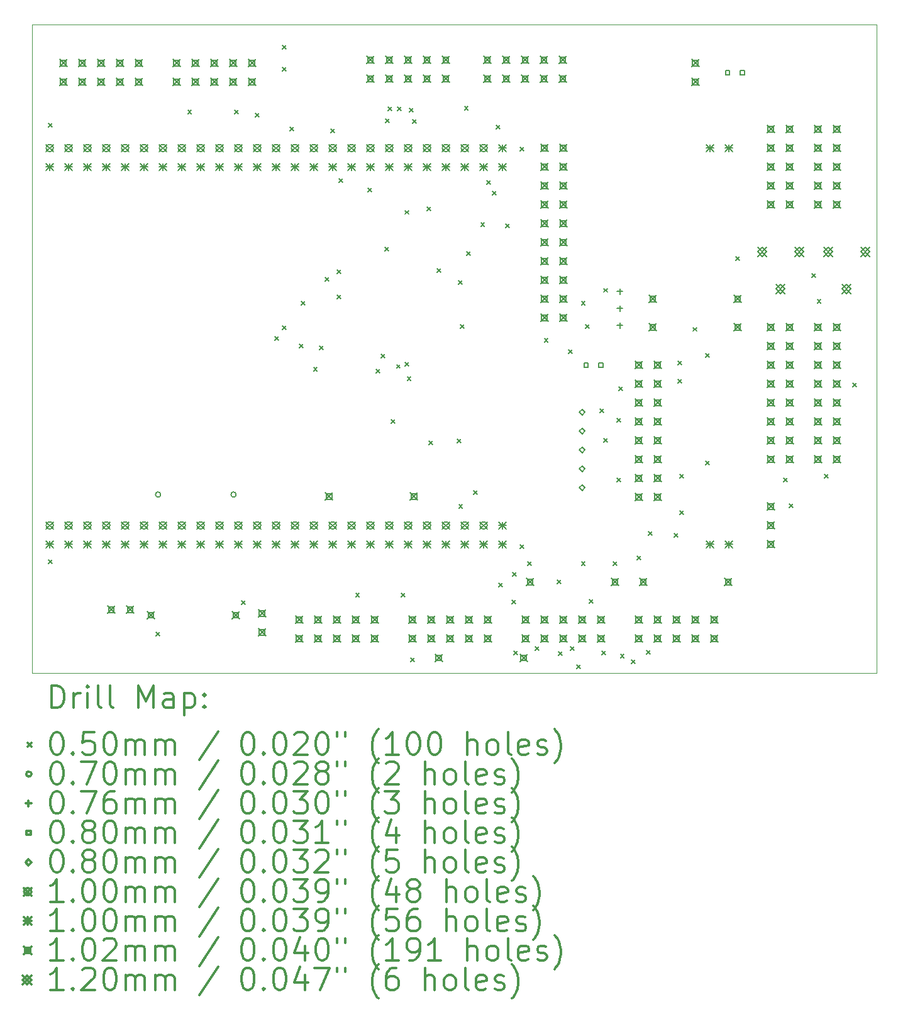
<source format=gbr>
%FSLAX45Y45*%
G04 Gerber Fmt 4.5, Leading zero omitted, Abs format (unit mm)*
G04 Created by KiCad (PCBNEW 4.0.2-stable) date 15/07/2016 10:20:29*
%MOMM*%
G01*
G04 APERTURE LIST*
%ADD10C,0.127000*%
%ADD11C,0.100000*%
%ADD12C,0.200000*%
%ADD13C,0.300000*%
G04 APERTURE END LIST*
D10*
D11*
X22000000Y-3800000D02*
X21975000Y-3800000D01*
X22000000Y-12525000D02*
X22000000Y-3800000D01*
X21975000Y-12525000D02*
X22000000Y-12525000D01*
X21975000Y-3800000D02*
X10625000Y-3800000D01*
X21950000Y-12525000D02*
X21975000Y-12525000D01*
X10625000Y-12525000D02*
X21950000Y-12525000D01*
X10625000Y-3800000D02*
X10625000Y-12525000D01*
D12*
X10850000Y-5125000D02*
X10900000Y-5175000D01*
X10900000Y-5125000D02*
X10850000Y-5175000D01*
X10850000Y-11000000D02*
X10900000Y-11050000D01*
X10900000Y-11000000D02*
X10850000Y-11050000D01*
X12300000Y-11975000D02*
X12350000Y-12025000D01*
X12350000Y-11975000D02*
X12300000Y-12025000D01*
X12725000Y-4953367D02*
X12775000Y-5003367D01*
X12775000Y-4953367D02*
X12725000Y-5003367D01*
X13351989Y-4953365D02*
X13401989Y-5003365D01*
X13401989Y-4953365D02*
X13351989Y-5003365D01*
X13450000Y-11550000D02*
X13500000Y-11600000D01*
X13500000Y-11550000D02*
X13450000Y-11600000D01*
X13632332Y-4993368D02*
X13682332Y-5043368D01*
X13682332Y-4993368D02*
X13632332Y-5043368D01*
X13900000Y-8000000D02*
X13950000Y-8050000D01*
X13950000Y-8000000D02*
X13900000Y-8050000D01*
X14000000Y-4075000D02*
X14050000Y-4125000D01*
X14050000Y-4075000D02*
X14000000Y-4125000D01*
X14000000Y-4375000D02*
X14050000Y-4425000D01*
X14050000Y-4375000D02*
X14000000Y-4425000D01*
X14000000Y-7850000D02*
X14050000Y-7900000D01*
X14050000Y-7850000D02*
X14000000Y-7900000D01*
X14100000Y-5175000D02*
X14150000Y-5225000D01*
X14150000Y-5175000D02*
X14100000Y-5225000D01*
X14225000Y-8100000D02*
X14275000Y-8150000D01*
X14275000Y-8100000D02*
X14225000Y-8150000D01*
X14250000Y-7525000D02*
X14300000Y-7575000D01*
X14300000Y-7525000D02*
X14250000Y-7575000D01*
X14418147Y-8410863D02*
X14468147Y-8460863D01*
X14468147Y-8410863D02*
X14418147Y-8460863D01*
X14500000Y-8125000D02*
X14550000Y-8175000D01*
X14550000Y-8125000D02*
X14500000Y-8175000D01*
X14575000Y-7200000D02*
X14625000Y-7250000D01*
X14625000Y-7200000D02*
X14575000Y-7250000D01*
X14650000Y-5200000D02*
X14700000Y-5250000D01*
X14700000Y-5200000D02*
X14650000Y-5250000D01*
X14733302Y-7103558D02*
X14783302Y-7153558D01*
X14783302Y-7103558D02*
X14733302Y-7153558D01*
X14736183Y-7436869D02*
X14786183Y-7486869D01*
X14786183Y-7436869D02*
X14736183Y-7486869D01*
X14757800Y-5874998D02*
X14807800Y-5924998D01*
X14807800Y-5874998D02*
X14757800Y-5924998D01*
X14985360Y-11450000D02*
X15035360Y-11500000D01*
X15035360Y-11450000D02*
X14985360Y-11500000D01*
X15150000Y-6000000D02*
X15200000Y-6050000D01*
X15200000Y-6000000D02*
X15150000Y-6050000D01*
X15215000Y-11786000D02*
X15265000Y-11836000D01*
X15265000Y-11786000D02*
X15215000Y-11836000D01*
X15258803Y-8441118D02*
X15308803Y-8491118D01*
X15308803Y-8441118D02*
X15258803Y-8491118D01*
X15328889Y-8234251D02*
X15378889Y-8284251D01*
X15378889Y-8234251D02*
X15328889Y-8284251D01*
X15375219Y-6791932D02*
X15425219Y-6841932D01*
X15425219Y-6791932D02*
X15375219Y-6841932D01*
X15388001Y-5069070D02*
X15438001Y-5119070D01*
X15438001Y-5069070D02*
X15388001Y-5119070D01*
X15423302Y-4905002D02*
X15473302Y-4955002D01*
X15473302Y-4905002D02*
X15423302Y-4955002D01*
X15461823Y-9111823D02*
X15511823Y-9161823D01*
X15511823Y-9111823D02*
X15461823Y-9161823D01*
X15535915Y-8374266D02*
X15585915Y-8424266D01*
X15585915Y-8374266D02*
X15535915Y-8424266D01*
X15547300Y-4905002D02*
X15597300Y-4955002D01*
X15597300Y-4905002D02*
X15547300Y-4955002D01*
X15600000Y-11450000D02*
X15650000Y-11500000D01*
X15650000Y-11450000D02*
X15600000Y-11500000D01*
X15650000Y-6300000D02*
X15700000Y-6350000D01*
X15700000Y-6300000D02*
X15650000Y-6350000D01*
X15651573Y-8342273D02*
X15701573Y-8392273D01*
X15701573Y-8342273D02*
X15651573Y-8392273D01*
X15679997Y-8541645D02*
X15729997Y-8591645D01*
X15729997Y-8541645D02*
X15679997Y-8591645D01*
X15707302Y-4921746D02*
X15757302Y-4971746D01*
X15757302Y-4921746D02*
X15707302Y-4971746D01*
X15725000Y-12325000D02*
X15775000Y-12375000D01*
X15775000Y-12325000D02*
X15725000Y-12375000D01*
X15750000Y-5078800D02*
X15800000Y-5128800D01*
X15800000Y-5078800D02*
X15750000Y-5128800D01*
X15944998Y-6255001D02*
X15994998Y-6305001D01*
X15994998Y-6255001D02*
X15944998Y-6305001D01*
X15975000Y-9400000D02*
X16025000Y-9450000D01*
X16025000Y-9400000D02*
X15975000Y-9450000D01*
X16079818Y-7085096D02*
X16129818Y-7135096D01*
X16129818Y-7085096D02*
X16079818Y-7135096D01*
X16350000Y-9375000D02*
X16400000Y-9425000D01*
X16400000Y-9375000D02*
X16350000Y-9425000D01*
X16370930Y-7240930D02*
X16420930Y-7290930D01*
X16420930Y-7240930D02*
X16370930Y-7290930D01*
X16373543Y-10261653D02*
X16423543Y-10311653D01*
X16423543Y-10261653D02*
X16373543Y-10311653D01*
X16394998Y-7832941D02*
X16444998Y-7882941D01*
X16444998Y-7832941D02*
X16394998Y-7882941D01*
X16450000Y-4900000D02*
X16500000Y-4950000D01*
X16500000Y-4900000D02*
X16450000Y-4950000D01*
X16480930Y-6855930D02*
X16530930Y-6905930D01*
X16530930Y-6855930D02*
X16480930Y-6905930D01*
X16575000Y-10075000D02*
X16625000Y-10125000D01*
X16625000Y-10075000D02*
X16575000Y-10125000D01*
X16669998Y-6463232D02*
X16719998Y-6513232D01*
X16719998Y-6463232D02*
X16669998Y-6513232D01*
X16750000Y-5900000D02*
X16800000Y-5950000D01*
X16800000Y-5900000D02*
X16750000Y-5950000D01*
X16830000Y-6040379D02*
X16880000Y-6090379D01*
X16880000Y-6040379D02*
X16830000Y-6090379D01*
X16875000Y-5150000D02*
X16925000Y-5200000D01*
X16925000Y-5150000D02*
X16875000Y-5200000D01*
X16914860Y-11313494D02*
X16964860Y-11363494D01*
X16964860Y-11313494D02*
X16914860Y-11363494D01*
X17005002Y-6478442D02*
X17055002Y-6528442D01*
X17055002Y-6478442D02*
X17005002Y-6528442D01*
X17089447Y-11544651D02*
X17139447Y-11594651D01*
X17139447Y-11544651D02*
X17089447Y-11594651D01*
X17100000Y-11175000D02*
X17150000Y-11225000D01*
X17150000Y-11175000D02*
X17100000Y-11225000D01*
X17111473Y-12234010D02*
X17161473Y-12284010D01*
X17161473Y-12234010D02*
X17111473Y-12284010D01*
X17200000Y-5450000D02*
X17250000Y-5500000D01*
X17250000Y-5450000D02*
X17200000Y-5500000D01*
X17200000Y-10800000D02*
X17250000Y-10850000D01*
X17250000Y-10800000D02*
X17200000Y-10850000D01*
X17300000Y-11025000D02*
X17350000Y-11075000D01*
X17350000Y-11025000D02*
X17300000Y-11075000D01*
X17400000Y-12175000D02*
X17450000Y-12225000D01*
X17450000Y-12175000D02*
X17400000Y-12225000D01*
X17525000Y-8025000D02*
X17575000Y-8075000D01*
X17575000Y-8025000D02*
X17525000Y-8075000D01*
X17700000Y-11275000D02*
X17750000Y-11325000D01*
X17750000Y-11275000D02*
X17700000Y-11325000D01*
X17719448Y-12239709D02*
X17769448Y-12289709D01*
X17769448Y-12239709D02*
X17719448Y-12289709D01*
X17850000Y-8175000D02*
X17900000Y-8225000D01*
X17900000Y-8175000D02*
X17850000Y-8225000D01*
X17875000Y-12175000D02*
X17925000Y-12225000D01*
X17925000Y-12175000D02*
X17875000Y-12225000D01*
X17961023Y-12415004D02*
X18011023Y-12465004D01*
X18011023Y-12415004D02*
X17961023Y-12465004D01*
X18025000Y-7525000D02*
X18075000Y-7575000D01*
X18075000Y-7525000D02*
X18025000Y-7575000D01*
X18025000Y-11025000D02*
X18075000Y-11075000D01*
X18075000Y-11025000D02*
X18025000Y-11075000D01*
X18076309Y-7835551D02*
X18126309Y-7885551D01*
X18126309Y-7835551D02*
X18076309Y-7885551D01*
X18130653Y-11540072D02*
X18180653Y-11590072D01*
X18180653Y-11540072D02*
X18130653Y-11590072D01*
X18275000Y-8975000D02*
X18325000Y-9025000D01*
X18325000Y-8975000D02*
X18275000Y-9025000D01*
X18300000Y-12229997D02*
X18350000Y-12279997D01*
X18350000Y-12229997D02*
X18300000Y-12279997D01*
X18325000Y-7350000D02*
X18375000Y-7400000D01*
X18375000Y-7350000D02*
X18325000Y-7400000D01*
X18325000Y-9367973D02*
X18375000Y-9417973D01*
X18375000Y-9367973D02*
X18325000Y-9417973D01*
X18450000Y-11025000D02*
X18500000Y-11075000D01*
X18500000Y-11025000D02*
X18450000Y-11075000D01*
X18500000Y-9100000D02*
X18550000Y-9150000D01*
X18550000Y-9100000D02*
X18500000Y-9150000D01*
X18500000Y-9900000D02*
X18550000Y-9950000D01*
X18550000Y-9900000D02*
X18500000Y-9950000D01*
X18525000Y-8675000D02*
X18575000Y-8725000D01*
X18575000Y-8675000D02*
X18525000Y-8725000D01*
X18550000Y-12269998D02*
X18600000Y-12319998D01*
X18600000Y-12269998D02*
X18550000Y-12319998D01*
X18700000Y-12350000D02*
X18750000Y-12400000D01*
X18750000Y-12350000D02*
X18700000Y-12400000D01*
X18775000Y-10950000D02*
X18825000Y-11000000D01*
X18825000Y-10950000D02*
X18775000Y-11000000D01*
X18900000Y-12225000D02*
X18950000Y-12275000D01*
X18950000Y-12225000D02*
X18900000Y-12275000D01*
X18925000Y-10625000D02*
X18975000Y-10675000D01*
X18975000Y-10625000D02*
X18925000Y-10675000D01*
X19275000Y-10650000D02*
X19325000Y-10700000D01*
X19325000Y-10650000D02*
X19275000Y-10700000D01*
X19325000Y-8325000D02*
X19375000Y-8375000D01*
X19375000Y-8325000D02*
X19325000Y-8375000D01*
X19325000Y-8575000D02*
X19375000Y-8625000D01*
X19375000Y-8575000D02*
X19325000Y-8625000D01*
X19350000Y-9850000D02*
X19400000Y-9900000D01*
X19400000Y-9850000D02*
X19350000Y-9900000D01*
X19350000Y-10342002D02*
X19400000Y-10392002D01*
X19400000Y-10342002D02*
X19350000Y-10392002D01*
X19525000Y-7875000D02*
X19575000Y-7925000D01*
X19575000Y-7875000D02*
X19525000Y-7925000D01*
X19700000Y-8225000D02*
X19750000Y-8275000D01*
X19750000Y-8225000D02*
X19700000Y-8275000D01*
X19700000Y-9675000D02*
X19750000Y-9725000D01*
X19750000Y-9675000D02*
X19700000Y-9725000D01*
X20100000Y-6925000D02*
X20150000Y-6975000D01*
X20150000Y-6925000D02*
X20100000Y-6975000D01*
X20750000Y-9900000D02*
X20800000Y-9950000D01*
X20800000Y-9900000D02*
X20750000Y-9950000D01*
X20825000Y-10250000D02*
X20875000Y-10300000D01*
X20875000Y-10250000D02*
X20825000Y-10300000D01*
X21125000Y-7150000D02*
X21175000Y-7200000D01*
X21175000Y-7150000D02*
X21125000Y-7200000D01*
X21200000Y-7500000D02*
X21250000Y-7550000D01*
X21250000Y-7500000D02*
X21200000Y-7550000D01*
X21300000Y-9850000D02*
X21350000Y-9900000D01*
X21350000Y-9850000D02*
X21300000Y-9900000D01*
X21675000Y-8625000D02*
X21725000Y-8675000D01*
X21725000Y-8625000D02*
X21675000Y-8675000D01*
X12360052Y-10125000D02*
G75*
G03X12360052Y-10125000I-35052J0D01*
G01*
X13376052Y-10125000D02*
G75*
G03X13376052Y-10125000I-35052J0D01*
G01*
X18542000Y-7353300D02*
X18542000Y-7429500D01*
X18503900Y-7391400D02*
X18580100Y-7391400D01*
X18542000Y-7581900D02*
X18542000Y-7658100D01*
X18503900Y-7620000D02*
X18580100Y-7620000D01*
X18542000Y-7810500D02*
X18542000Y-7886700D01*
X18503900Y-7848600D02*
X18580100Y-7848600D01*
X18116285Y-8410285D02*
X18116285Y-8353715D01*
X18059716Y-8353715D01*
X18059716Y-8410285D01*
X18116285Y-8410285D01*
X18316285Y-8410285D02*
X18316285Y-8353715D01*
X18259716Y-8353715D01*
X18259716Y-8410285D01*
X18316285Y-8410285D01*
X20021285Y-4473285D02*
X20021285Y-4416716D01*
X19964716Y-4416716D01*
X19964716Y-4473285D01*
X20021285Y-4473285D01*
X20221285Y-4473285D02*
X20221285Y-4416716D01*
X20164716Y-4416716D01*
X20164716Y-4473285D01*
X20221285Y-4473285D01*
X18034000Y-9057005D02*
X18074005Y-9017000D01*
X18034000Y-8976995D01*
X17993995Y-9017000D01*
X18034000Y-9057005D01*
X18034000Y-9311005D02*
X18074005Y-9271000D01*
X18034000Y-9230995D01*
X17993995Y-9271000D01*
X18034000Y-9311005D01*
X18034000Y-9565005D02*
X18074005Y-9525000D01*
X18034000Y-9484995D01*
X17993995Y-9525000D01*
X18034000Y-9565005D01*
X18034000Y-9819005D02*
X18074005Y-9779000D01*
X18034000Y-9738995D01*
X17993995Y-9779000D01*
X18034000Y-9819005D01*
X18034000Y-10073005D02*
X18074005Y-10033000D01*
X18034000Y-9992995D01*
X17993995Y-10033000D01*
X18034000Y-10073005D01*
X10816089Y-5411089D02*
X10915911Y-5510911D01*
X10915911Y-5411089D02*
X10816089Y-5510911D01*
X10915911Y-5461000D02*
G75*
G03X10915911Y-5461000I-49911J0D01*
G01*
X10816089Y-10491089D02*
X10915911Y-10590911D01*
X10915911Y-10491089D02*
X10816089Y-10590911D01*
X10915911Y-10541000D02*
G75*
G03X10915911Y-10541000I-49911J0D01*
G01*
X11070089Y-5411089D02*
X11169911Y-5510911D01*
X11169911Y-5411089D02*
X11070089Y-5510911D01*
X11169911Y-5461000D02*
G75*
G03X11169911Y-5461000I-49911J0D01*
G01*
X11070089Y-10491089D02*
X11169911Y-10590911D01*
X11169911Y-10491089D02*
X11070089Y-10590911D01*
X11169911Y-10541000D02*
G75*
G03X11169911Y-10541000I-49911J0D01*
G01*
X11324089Y-5411089D02*
X11423911Y-5510911D01*
X11423911Y-5411089D02*
X11324089Y-5510911D01*
X11423911Y-5461000D02*
G75*
G03X11423911Y-5461000I-49911J0D01*
G01*
X11324089Y-10491089D02*
X11423911Y-10590911D01*
X11423911Y-10491089D02*
X11324089Y-10590911D01*
X11423911Y-10541000D02*
G75*
G03X11423911Y-10541000I-49911J0D01*
G01*
X11578089Y-5411089D02*
X11677911Y-5510911D01*
X11677911Y-5411089D02*
X11578089Y-5510911D01*
X11677911Y-5461000D02*
G75*
G03X11677911Y-5461000I-49911J0D01*
G01*
X11578089Y-10491089D02*
X11677911Y-10590911D01*
X11677911Y-10491089D02*
X11578089Y-10590911D01*
X11677911Y-10541000D02*
G75*
G03X11677911Y-10541000I-49911J0D01*
G01*
X11832089Y-5411089D02*
X11931911Y-5510911D01*
X11931911Y-5411089D02*
X11832089Y-5510911D01*
X11931911Y-5461000D02*
G75*
G03X11931911Y-5461000I-49911J0D01*
G01*
X11832089Y-10491089D02*
X11931911Y-10590911D01*
X11931911Y-10491089D02*
X11832089Y-10590911D01*
X11931911Y-10541000D02*
G75*
G03X11931911Y-10541000I-49911J0D01*
G01*
X12086089Y-5411089D02*
X12185911Y-5510911D01*
X12185911Y-5411089D02*
X12086089Y-5510911D01*
X12185911Y-5461000D02*
G75*
G03X12185911Y-5461000I-49911J0D01*
G01*
X12086089Y-10491089D02*
X12185911Y-10590911D01*
X12185911Y-10491089D02*
X12086089Y-10590911D01*
X12185911Y-10541000D02*
G75*
G03X12185911Y-10541000I-49911J0D01*
G01*
X12340089Y-5411089D02*
X12439911Y-5510911D01*
X12439911Y-5411089D02*
X12340089Y-5510911D01*
X12439911Y-5461000D02*
G75*
G03X12439911Y-5461000I-49911J0D01*
G01*
X12340089Y-10491089D02*
X12439911Y-10590911D01*
X12439911Y-10491089D02*
X12340089Y-10590911D01*
X12439911Y-10541000D02*
G75*
G03X12439911Y-10541000I-49911J0D01*
G01*
X12594089Y-5411089D02*
X12693911Y-5510911D01*
X12693911Y-5411089D02*
X12594089Y-5510911D01*
X12693911Y-5461000D02*
G75*
G03X12693911Y-5461000I-49911J0D01*
G01*
X12594089Y-10491089D02*
X12693911Y-10590911D01*
X12693911Y-10491089D02*
X12594089Y-10590911D01*
X12693911Y-10541000D02*
G75*
G03X12693911Y-10541000I-49911J0D01*
G01*
X12848089Y-5411089D02*
X12947911Y-5510911D01*
X12947911Y-5411089D02*
X12848089Y-5510911D01*
X12947911Y-5461000D02*
G75*
G03X12947911Y-5461000I-49911J0D01*
G01*
X12848089Y-10491089D02*
X12947911Y-10590911D01*
X12947911Y-10491089D02*
X12848089Y-10590911D01*
X12947911Y-10541000D02*
G75*
G03X12947911Y-10541000I-49911J0D01*
G01*
X13102089Y-5411089D02*
X13201911Y-5510911D01*
X13201911Y-5411089D02*
X13102089Y-5510911D01*
X13201911Y-5461000D02*
G75*
G03X13201911Y-5461000I-49911J0D01*
G01*
X13102089Y-10491089D02*
X13201911Y-10590911D01*
X13201911Y-10491089D02*
X13102089Y-10590911D01*
X13201911Y-10541000D02*
G75*
G03X13201911Y-10541000I-49911J0D01*
G01*
X13356089Y-5411089D02*
X13455911Y-5510911D01*
X13455911Y-5411089D02*
X13356089Y-5510911D01*
X13455911Y-5461000D02*
G75*
G03X13455911Y-5461000I-49911J0D01*
G01*
X13356089Y-10491089D02*
X13455911Y-10590911D01*
X13455911Y-10491089D02*
X13356089Y-10590911D01*
X13455911Y-10541000D02*
G75*
G03X13455911Y-10541000I-49911J0D01*
G01*
X13610089Y-5411089D02*
X13709911Y-5510911D01*
X13709911Y-5411089D02*
X13610089Y-5510911D01*
X13709911Y-5461000D02*
G75*
G03X13709911Y-5461000I-49911J0D01*
G01*
X13610089Y-10491089D02*
X13709911Y-10590911D01*
X13709911Y-10491089D02*
X13610089Y-10590911D01*
X13709911Y-10541000D02*
G75*
G03X13709911Y-10541000I-49911J0D01*
G01*
X13864089Y-5411089D02*
X13963911Y-5510911D01*
X13963911Y-5411089D02*
X13864089Y-5510911D01*
X13963911Y-5461000D02*
G75*
G03X13963911Y-5461000I-49911J0D01*
G01*
X13864089Y-10491089D02*
X13963911Y-10590911D01*
X13963911Y-10491089D02*
X13864089Y-10590911D01*
X13963911Y-10541000D02*
G75*
G03X13963911Y-10541000I-49911J0D01*
G01*
X14118089Y-5411089D02*
X14217911Y-5510911D01*
X14217911Y-5411089D02*
X14118089Y-5510911D01*
X14217911Y-5461000D02*
G75*
G03X14217911Y-5461000I-49911J0D01*
G01*
X14118089Y-10491089D02*
X14217911Y-10590911D01*
X14217911Y-10491089D02*
X14118089Y-10590911D01*
X14217911Y-10541000D02*
G75*
G03X14217911Y-10541000I-49911J0D01*
G01*
X14372089Y-5411089D02*
X14471911Y-5510911D01*
X14471911Y-5411089D02*
X14372089Y-5510911D01*
X14471911Y-5461000D02*
G75*
G03X14471911Y-5461000I-49911J0D01*
G01*
X14372089Y-10491089D02*
X14471911Y-10590911D01*
X14471911Y-10491089D02*
X14372089Y-10590911D01*
X14471911Y-10541000D02*
G75*
G03X14471911Y-10541000I-49911J0D01*
G01*
X14626089Y-5411089D02*
X14725911Y-5510911D01*
X14725911Y-5411089D02*
X14626089Y-5510911D01*
X14725911Y-5461000D02*
G75*
G03X14725911Y-5461000I-49911J0D01*
G01*
X14626089Y-10491089D02*
X14725911Y-10590911D01*
X14725911Y-10491089D02*
X14626089Y-10590911D01*
X14725911Y-10541000D02*
G75*
G03X14725911Y-10541000I-49911J0D01*
G01*
X14880089Y-5411089D02*
X14979911Y-5510911D01*
X14979911Y-5411089D02*
X14880089Y-5510911D01*
X14979911Y-5461000D02*
G75*
G03X14979911Y-5461000I-49911J0D01*
G01*
X14880089Y-10491089D02*
X14979911Y-10590911D01*
X14979911Y-10491089D02*
X14880089Y-10590911D01*
X14979911Y-10541000D02*
G75*
G03X14979911Y-10541000I-49911J0D01*
G01*
X15134089Y-5411089D02*
X15233911Y-5510911D01*
X15233911Y-5411089D02*
X15134089Y-5510911D01*
X15233911Y-5461000D02*
G75*
G03X15233911Y-5461000I-49911J0D01*
G01*
X15134089Y-10491089D02*
X15233911Y-10590911D01*
X15233911Y-10491089D02*
X15134089Y-10590911D01*
X15233911Y-10541000D02*
G75*
G03X15233911Y-10541000I-49911J0D01*
G01*
X15388089Y-5411089D02*
X15487911Y-5510911D01*
X15487911Y-5411089D02*
X15388089Y-5510911D01*
X15487911Y-5461000D02*
G75*
G03X15487911Y-5461000I-49911J0D01*
G01*
X15388089Y-10491089D02*
X15487911Y-10590911D01*
X15487911Y-10491089D02*
X15388089Y-10590911D01*
X15487911Y-10541000D02*
G75*
G03X15487911Y-10541000I-49911J0D01*
G01*
X15642089Y-5411089D02*
X15741911Y-5510911D01*
X15741911Y-5411089D02*
X15642089Y-5510911D01*
X15741911Y-5461000D02*
G75*
G03X15741911Y-5461000I-49911J0D01*
G01*
X15642089Y-10491089D02*
X15741911Y-10590911D01*
X15741911Y-10491089D02*
X15642089Y-10590911D01*
X15741911Y-10541000D02*
G75*
G03X15741911Y-10541000I-49911J0D01*
G01*
X15896089Y-5411089D02*
X15995911Y-5510911D01*
X15995911Y-5411089D02*
X15896089Y-5510911D01*
X15995911Y-5461000D02*
G75*
G03X15995911Y-5461000I-49911J0D01*
G01*
X15896089Y-10491089D02*
X15995911Y-10590911D01*
X15995911Y-10491089D02*
X15896089Y-10590911D01*
X15995911Y-10541000D02*
G75*
G03X15995911Y-10541000I-49911J0D01*
G01*
X16150089Y-5411089D02*
X16249911Y-5510911D01*
X16249911Y-5411089D02*
X16150089Y-5510911D01*
X16249911Y-5461000D02*
G75*
G03X16249911Y-5461000I-49911J0D01*
G01*
X16150089Y-10491089D02*
X16249911Y-10590911D01*
X16249911Y-10491089D02*
X16150089Y-10590911D01*
X16249911Y-10541000D02*
G75*
G03X16249911Y-10541000I-49911J0D01*
G01*
X16404089Y-5411089D02*
X16503911Y-5510911D01*
X16503911Y-5411089D02*
X16404089Y-5510911D01*
X16503911Y-5461000D02*
G75*
G03X16503911Y-5461000I-49911J0D01*
G01*
X16404089Y-10491089D02*
X16503911Y-10590911D01*
X16503911Y-10491089D02*
X16404089Y-10590911D01*
X16503911Y-10541000D02*
G75*
G03X16503911Y-10541000I-49911J0D01*
G01*
X16658089Y-5411089D02*
X16757911Y-5510911D01*
X16757911Y-5411089D02*
X16658089Y-5510911D01*
X16757911Y-5461000D02*
G75*
G03X16757911Y-5461000I-49911J0D01*
G01*
X16658089Y-10491089D02*
X16757911Y-10590911D01*
X16757911Y-10491089D02*
X16658089Y-10590911D01*
X16757911Y-10541000D02*
G75*
G03X16757911Y-10541000I-49911J0D01*
G01*
X10815962Y-5664962D02*
X10916038Y-5765038D01*
X10916038Y-5664962D02*
X10815962Y-5765038D01*
X10866000Y-5664962D02*
X10866000Y-5765038D01*
X10815962Y-5715000D02*
X10916038Y-5715000D01*
X10815962Y-10744962D02*
X10916038Y-10845038D01*
X10916038Y-10744962D02*
X10815962Y-10845038D01*
X10866000Y-10744962D02*
X10866000Y-10845038D01*
X10815962Y-10795000D02*
X10916038Y-10795000D01*
X11069962Y-5664962D02*
X11170038Y-5765038D01*
X11170038Y-5664962D02*
X11069962Y-5765038D01*
X11120000Y-5664962D02*
X11120000Y-5765038D01*
X11069962Y-5715000D02*
X11170038Y-5715000D01*
X11069962Y-10744962D02*
X11170038Y-10845038D01*
X11170038Y-10744962D02*
X11069962Y-10845038D01*
X11120000Y-10744962D02*
X11120000Y-10845038D01*
X11069962Y-10795000D02*
X11170038Y-10795000D01*
X11323962Y-5664962D02*
X11424038Y-5765038D01*
X11424038Y-5664962D02*
X11323962Y-5765038D01*
X11374000Y-5664962D02*
X11374000Y-5765038D01*
X11323962Y-5715000D02*
X11424038Y-5715000D01*
X11323962Y-10744962D02*
X11424038Y-10845038D01*
X11424038Y-10744962D02*
X11323962Y-10845038D01*
X11374000Y-10744962D02*
X11374000Y-10845038D01*
X11323962Y-10795000D02*
X11424038Y-10795000D01*
X11577962Y-5664962D02*
X11678038Y-5765038D01*
X11678038Y-5664962D02*
X11577962Y-5765038D01*
X11628000Y-5664962D02*
X11628000Y-5765038D01*
X11577962Y-5715000D02*
X11678038Y-5715000D01*
X11577962Y-10744962D02*
X11678038Y-10845038D01*
X11678038Y-10744962D02*
X11577962Y-10845038D01*
X11628000Y-10744962D02*
X11628000Y-10845038D01*
X11577962Y-10795000D02*
X11678038Y-10795000D01*
X11831962Y-5664962D02*
X11932038Y-5765038D01*
X11932038Y-5664962D02*
X11831962Y-5765038D01*
X11882000Y-5664962D02*
X11882000Y-5765038D01*
X11831962Y-5715000D02*
X11932038Y-5715000D01*
X11831962Y-10744962D02*
X11932038Y-10845038D01*
X11932038Y-10744962D02*
X11831962Y-10845038D01*
X11882000Y-10744962D02*
X11882000Y-10845038D01*
X11831962Y-10795000D02*
X11932038Y-10795000D01*
X12085962Y-5664962D02*
X12186038Y-5765038D01*
X12186038Y-5664962D02*
X12085962Y-5765038D01*
X12136000Y-5664962D02*
X12136000Y-5765038D01*
X12085962Y-5715000D02*
X12186038Y-5715000D01*
X12085962Y-10744962D02*
X12186038Y-10845038D01*
X12186038Y-10744962D02*
X12085962Y-10845038D01*
X12136000Y-10744962D02*
X12136000Y-10845038D01*
X12085962Y-10795000D02*
X12186038Y-10795000D01*
X12339962Y-5664962D02*
X12440038Y-5765038D01*
X12440038Y-5664962D02*
X12339962Y-5765038D01*
X12390000Y-5664962D02*
X12390000Y-5765038D01*
X12339962Y-5715000D02*
X12440038Y-5715000D01*
X12339962Y-10744962D02*
X12440038Y-10845038D01*
X12440038Y-10744962D02*
X12339962Y-10845038D01*
X12390000Y-10744962D02*
X12390000Y-10845038D01*
X12339962Y-10795000D02*
X12440038Y-10795000D01*
X12593962Y-5664962D02*
X12694038Y-5765038D01*
X12694038Y-5664962D02*
X12593962Y-5765038D01*
X12644000Y-5664962D02*
X12644000Y-5765038D01*
X12593962Y-5715000D02*
X12694038Y-5715000D01*
X12593962Y-10744962D02*
X12694038Y-10845038D01*
X12694038Y-10744962D02*
X12593962Y-10845038D01*
X12644000Y-10744962D02*
X12644000Y-10845038D01*
X12593962Y-10795000D02*
X12694038Y-10795000D01*
X12847962Y-5664962D02*
X12948038Y-5765038D01*
X12948038Y-5664962D02*
X12847962Y-5765038D01*
X12898000Y-5664962D02*
X12898000Y-5765038D01*
X12847962Y-5715000D02*
X12948038Y-5715000D01*
X12847962Y-10744962D02*
X12948038Y-10845038D01*
X12948038Y-10744962D02*
X12847962Y-10845038D01*
X12898000Y-10744962D02*
X12898000Y-10845038D01*
X12847962Y-10795000D02*
X12948038Y-10795000D01*
X13101962Y-5664962D02*
X13202038Y-5765038D01*
X13202038Y-5664962D02*
X13101962Y-5765038D01*
X13152000Y-5664962D02*
X13152000Y-5765038D01*
X13101962Y-5715000D02*
X13202038Y-5715000D01*
X13101962Y-10744962D02*
X13202038Y-10845038D01*
X13202038Y-10744962D02*
X13101962Y-10845038D01*
X13152000Y-10744962D02*
X13152000Y-10845038D01*
X13101962Y-10795000D02*
X13202038Y-10795000D01*
X13355962Y-5664962D02*
X13456038Y-5765038D01*
X13456038Y-5664962D02*
X13355962Y-5765038D01*
X13406000Y-5664962D02*
X13406000Y-5765038D01*
X13355962Y-5715000D02*
X13456038Y-5715000D01*
X13355962Y-10744962D02*
X13456038Y-10845038D01*
X13456038Y-10744962D02*
X13355962Y-10845038D01*
X13406000Y-10744962D02*
X13406000Y-10845038D01*
X13355962Y-10795000D02*
X13456038Y-10795000D01*
X13609962Y-5664962D02*
X13710038Y-5765038D01*
X13710038Y-5664962D02*
X13609962Y-5765038D01*
X13660000Y-5664962D02*
X13660000Y-5765038D01*
X13609962Y-5715000D02*
X13710038Y-5715000D01*
X13609962Y-10744962D02*
X13710038Y-10845038D01*
X13710038Y-10744962D02*
X13609962Y-10845038D01*
X13660000Y-10744962D02*
X13660000Y-10845038D01*
X13609962Y-10795000D02*
X13710038Y-10795000D01*
X13863962Y-5664962D02*
X13964038Y-5765038D01*
X13964038Y-5664962D02*
X13863962Y-5765038D01*
X13914000Y-5664962D02*
X13914000Y-5765038D01*
X13863962Y-5715000D02*
X13964038Y-5715000D01*
X13863962Y-10744962D02*
X13964038Y-10845038D01*
X13964038Y-10744962D02*
X13863962Y-10845038D01*
X13914000Y-10744962D02*
X13914000Y-10845038D01*
X13863962Y-10795000D02*
X13964038Y-10795000D01*
X14117962Y-5664962D02*
X14218038Y-5765038D01*
X14218038Y-5664962D02*
X14117962Y-5765038D01*
X14168000Y-5664962D02*
X14168000Y-5765038D01*
X14117962Y-5715000D02*
X14218038Y-5715000D01*
X14117962Y-10744962D02*
X14218038Y-10845038D01*
X14218038Y-10744962D02*
X14117962Y-10845038D01*
X14168000Y-10744962D02*
X14168000Y-10845038D01*
X14117962Y-10795000D02*
X14218038Y-10795000D01*
X14371962Y-5664962D02*
X14472038Y-5765038D01*
X14472038Y-5664962D02*
X14371962Y-5765038D01*
X14422000Y-5664962D02*
X14422000Y-5765038D01*
X14371962Y-5715000D02*
X14472038Y-5715000D01*
X14371962Y-10744962D02*
X14472038Y-10845038D01*
X14472038Y-10744962D02*
X14371962Y-10845038D01*
X14422000Y-10744962D02*
X14422000Y-10845038D01*
X14371962Y-10795000D02*
X14472038Y-10795000D01*
X14625962Y-5664962D02*
X14726038Y-5765038D01*
X14726038Y-5664962D02*
X14625962Y-5765038D01*
X14676000Y-5664962D02*
X14676000Y-5765038D01*
X14625962Y-5715000D02*
X14726038Y-5715000D01*
X14625962Y-10744962D02*
X14726038Y-10845038D01*
X14726038Y-10744962D02*
X14625962Y-10845038D01*
X14676000Y-10744962D02*
X14676000Y-10845038D01*
X14625962Y-10795000D02*
X14726038Y-10795000D01*
X14879962Y-5664962D02*
X14980038Y-5765038D01*
X14980038Y-5664962D02*
X14879962Y-5765038D01*
X14930000Y-5664962D02*
X14930000Y-5765038D01*
X14879962Y-5715000D02*
X14980038Y-5715000D01*
X14879962Y-10744962D02*
X14980038Y-10845038D01*
X14980038Y-10744962D02*
X14879962Y-10845038D01*
X14930000Y-10744962D02*
X14930000Y-10845038D01*
X14879962Y-10795000D02*
X14980038Y-10795000D01*
X15133962Y-5664962D02*
X15234038Y-5765038D01*
X15234038Y-5664962D02*
X15133962Y-5765038D01*
X15184000Y-5664962D02*
X15184000Y-5765038D01*
X15133962Y-5715000D02*
X15234038Y-5715000D01*
X15133962Y-10744962D02*
X15234038Y-10845038D01*
X15234038Y-10744962D02*
X15133962Y-10845038D01*
X15184000Y-10744962D02*
X15184000Y-10845038D01*
X15133962Y-10795000D02*
X15234038Y-10795000D01*
X15387962Y-5664962D02*
X15488038Y-5765038D01*
X15488038Y-5664962D02*
X15387962Y-5765038D01*
X15438000Y-5664962D02*
X15438000Y-5765038D01*
X15387962Y-5715000D02*
X15488038Y-5715000D01*
X15387962Y-10744962D02*
X15488038Y-10845038D01*
X15488038Y-10744962D02*
X15387962Y-10845038D01*
X15438000Y-10744962D02*
X15438000Y-10845038D01*
X15387962Y-10795000D02*
X15488038Y-10795000D01*
X15641962Y-5664962D02*
X15742038Y-5765038D01*
X15742038Y-5664962D02*
X15641962Y-5765038D01*
X15692000Y-5664962D02*
X15692000Y-5765038D01*
X15641962Y-5715000D02*
X15742038Y-5715000D01*
X15641962Y-10744962D02*
X15742038Y-10845038D01*
X15742038Y-10744962D02*
X15641962Y-10845038D01*
X15692000Y-10744962D02*
X15692000Y-10845038D01*
X15641962Y-10795000D02*
X15742038Y-10795000D01*
X15895962Y-5664962D02*
X15996038Y-5765038D01*
X15996038Y-5664962D02*
X15895962Y-5765038D01*
X15946000Y-5664962D02*
X15946000Y-5765038D01*
X15895962Y-5715000D02*
X15996038Y-5715000D01*
X15895962Y-10744962D02*
X15996038Y-10845038D01*
X15996038Y-10744962D02*
X15895962Y-10845038D01*
X15946000Y-10744962D02*
X15946000Y-10845038D01*
X15895962Y-10795000D02*
X15996038Y-10795000D01*
X16149962Y-5664962D02*
X16250038Y-5765038D01*
X16250038Y-5664962D02*
X16149962Y-5765038D01*
X16200000Y-5664962D02*
X16200000Y-5765038D01*
X16149962Y-5715000D02*
X16250038Y-5715000D01*
X16149962Y-10744962D02*
X16250038Y-10845038D01*
X16250038Y-10744962D02*
X16149962Y-10845038D01*
X16200000Y-10744962D02*
X16200000Y-10845038D01*
X16149962Y-10795000D02*
X16250038Y-10795000D01*
X16403962Y-5664962D02*
X16504038Y-5765038D01*
X16504038Y-5664962D02*
X16403962Y-5765038D01*
X16454000Y-5664962D02*
X16454000Y-5765038D01*
X16403962Y-5715000D02*
X16504038Y-5715000D01*
X16403962Y-10744962D02*
X16504038Y-10845038D01*
X16504038Y-10744962D02*
X16403962Y-10845038D01*
X16454000Y-10744962D02*
X16454000Y-10845038D01*
X16403962Y-10795000D02*
X16504038Y-10795000D01*
X16657962Y-5664962D02*
X16758038Y-5765038D01*
X16758038Y-5664962D02*
X16657962Y-5765038D01*
X16708000Y-5664962D02*
X16708000Y-5765038D01*
X16657962Y-5715000D02*
X16758038Y-5715000D01*
X16657962Y-10744962D02*
X16758038Y-10845038D01*
X16758038Y-10744962D02*
X16657962Y-10845038D01*
X16708000Y-10744962D02*
X16708000Y-10845038D01*
X16657962Y-10795000D02*
X16758038Y-10795000D01*
X16911962Y-5410962D02*
X17012038Y-5511038D01*
X17012038Y-5410962D02*
X16911962Y-5511038D01*
X16962000Y-5410962D02*
X16962000Y-5511038D01*
X16911962Y-5461000D02*
X17012038Y-5461000D01*
X16911962Y-5664962D02*
X17012038Y-5765038D01*
X17012038Y-5664962D02*
X16911962Y-5765038D01*
X16962000Y-5664962D02*
X16962000Y-5765038D01*
X16911962Y-5715000D02*
X17012038Y-5715000D01*
X16911962Y-10490962D02*
X17012038Y-10591038D01*
X17012038Y-10490962D02*
X16911962Y-10591038D01*
X16962000Y-10490962D02*
X16962000Y-10591038D01*
X16911962Y-10541000D02*
X17012038Y-10541000D01*
X16911962Y-10744962D02*
X17012038Y-10845038D01*
X17012038Y-10744962D02*
X16911962Y-10845038D01*
X16962000Y-10744962D02*
X16962000Y-10845038D01*
X16911962Y-10795000D02*
X17012038Y-10795000D01*
X19705962Y-5410962D02*
X19806038Y-5511038D01*
X19806038Y-5410962D02*
X19705962Y-5511038D01*
X19756000Y-5410962D02*
X19756000Y-5511038D01*
X19705962Y-5461000D02*
X19806038Y-5461000D01*
X19705962Y-10744962D02*
X19806038Y-10845038D01*
X19806038Y-10744962D02*
X19705962Y-10845038D01*
X19756000Y-10744962D02*
X19756000Y-10845038D01*
X19705962Y-10795000D02*
X19806038Y-10795000D01*
X19959962Y-5410962D02*
X20060038Y-5511038D01*
X20060038Y-5410962D02*
X19959962Y-5511038D01*
X20010000Y-5410962D02*
X20010000Y-5511038D01*
X19959962Y-5461000D02*
X20060038Y-5461000D01*
X19959962Y-10744962D02*
X20060038Y-10845038D01*
X20060038Y-10744962D02*
X19959962Y-10845038D01*
X20010000Y-10744962D02*
X20010000Y-10845038D01*
X19959962Y-10795000D02*
X20060038Y-10795000D01*
X10998200Y-4267200D02*
X11099800Y-4368800D01*
X11099800Y-4267200D02*
X10998200Y-4368800D01*
X11084921Y-4353921D02*
X11084921Y-4282079D01*
X11013079Y-4282079D01*
X11013079Y-4353921D01*
X11084921Y-4353921D01*
X10998200Y-4521200D02*
X11099800Y-4622800D01*
X11099800Y-4521200D02*
X10998200Y-4622800D01*
X11084921Y-4607921D02*
X11084921Y-4536079D01*
X11013079Y-4536079D01*
X11013079Y-4607921D01*
X11084921Y-4607921D01*
X11252200Y-4267200D02*
X11353800Y-4368800D01*
X11353800Y-4267200D02*
X11252200Y-4368800D01*
X11338921Y-4353921D02*
X11338921Y-4282079D01*
X11267079Y-4282079D01*
X11267079Y-4353921D01*
X11338921Y-4353921D01*
X11252200Y-4521200D02*
X11353800Y-4622800D01*
X11353800Y-4521200D02*
X11252200Y-4622800D01*
X11338921Y-4607921D02*
X11338921Y-4536079D01*
X11267079Y-4536079D01*
X11267079Y-4607921D01*
X11338921Y-4607921D01*
X11506200Y-4267200D02*
X11607800Y-4368800D01*
X11607800Y-4267200D02*
X11506200Y-4368800D01*
X11592921Y-4353921D02*
X11592921Y-4282079D01*
X11521079Y-4282079D01*
X11521079Y-4353921D01*
X11592921Y-4353921D01*
X11506200Y-4521200D02*
X11607800Y-4622800D01*
X11607800Y-4521200D02*
X11506200Y-4622800D01*
X11592921Y-4607921D02*
X11592921Y-4536079D01*
X11521079Y-4536079D01*
X11521079Y-4607921D01*
X11592921Y-4607921D01*
X11645200Y-11624200D02*
X11746800Y-11725800D01*
X11746800Y-11624200D02*
X11645200Y-11725800D01*
X11731921Y-11710921D02*
X11731921Y-11639079D01*
X11660079Y-11639079D01*
X11660079Y-11710921D01*
X11731921Y-11710921D01*
X11760200Y-4267200D02*
X11861800Y-4368800D01*
X11861800Y-4267200D02*
X11760200Y-4368800D01*
X11846921Y-4353921D02*
X11846921Y-4282079D01*
X11775079Y-4282079D01*
X11775079Y-4353921D01*
X11846921Y-4353921D01*
X11760200Y-4521200D02*
X11861800Y-4622800D01*
X11861800Y-4521200D02*
X11760200Y-4622800D01*
X11846921Y-4607921D02*
X11846921Y-4536079D01*
X11775079Y-4536079D01*
X11775079Y-4607921D01*
X11846921Y-4607921D01*
X11899200Y-11624200D02*
X12000800Y-11725800D01*
X12000800Y-11624200D02*
X11899200Y-11725800D01*
X11985921Y-11710921D02*
X11985921Y-11639079D01*
X11914079Y-11639079D01*
X11914079Y-11710921D01*
X11985921Y-11710921D01*
X12014200Y-4267200D02*
X12115800Y-4368800D01*
X12115800Y-4267200D02*
X12014200Y-4368800D01*
X12100921Y-4353921D02*
X12100921Y-4282079D01*
X12029079Y-4282079D01*
X12029079Y-4353921D01*
X12100921Y-4353921D01*
X12014200Y-4521200D02*
X12115800Y-4622800D01*
X12115800Y-4521200D02*
X12014200Y-4622800D01*
X12100921Y-4607921D02*
X12100921Y-4536079D01*
X12029079Y-4536079D01*
X12029079Y-4607921D01*
X12100921Y-4607921D01*
X12177700Y-11699200D02*
X12279300Y-11800800D01*
X12279300Y-11699200D02*
X12177700Y-11800800D01*
X12264421Y-11785921D02*
X12264421Y-11714079D01*
X12192579Y-11714079D01*
X12192579Y-11785921D01*
X12264421Y-11785921D01*
X12522200Y-4267200D02*
X12623800Y-4368800D01*
X12623800Y-4267200D02*
X12522200Y-4368800D01*
X12608921Y-4353921D02*
X12608921Y-4282079D01*
X12537079Y-4282079D01*
X12537079Y-4353921D01*
X12608921Y-4353921D01*
X12522200Y-4521200D02*
X12623800Y-4622800D01*
X12623800Y-4521200D02*
X12522200Y-4622800D01*
X12608921Y-4607921D02*
X12608921Y-4536079D01*
X12537079Y-4536079D01*
X12537079Y-4607921D01*
X12608921Y-4607921D01*
X12776200Y-4267200D02*
X12877800Y-4368800D01*
X12877800Y-4267200D02*
X12776200Y-4368800D01*
X12862921Y-4353921D02*
X12862921Y-4282079D01*
X12791079Y-4282079D01*
X12791079Y-4353921D01*
X12862921Y-4353921D01*
X12776200Y-4521200D02*
X12877800Y-4622800D01*
X12877800Y-4521200D02*
X12776200Y-4622800D01*
X12862921Y-4607921D02*
X12862921Y-4536079D01*
X12791079Y-4536079D01*
X12791079Y-4607921D01*
X12862921Y-4607921D01*
X13030200Y-4267200D02*
X13131800Y-4368800D01*
X13131800Y-4267200D02*
X13030200Y-4368800D01*
X13116921Y-4353921D02*
X13116921Y-4282079D01*
X13045079Y-4282079D01*
X13045079Y-4353921D01*
X13116921Y-4353921D01*
X13030200Y-4521200D02*
X13131800Y-4622800D01*
X13131800Y-4521200D02*
X13030200Y-4622800D01*
X13116921Y-4607921D02*
X13116921Y-4536079D01*
X13045079Y-4536079D01*
X13045079Y-4607921D01*
X13116921Y-4607921D01*
X13284200Y-4267200D02*
X13385800Y-4368800D01*
X13385800Y-4267200D02*
X13284200Y-4368800D01*
X13370921Y-4353921D02*
X13370921Y-4282079D01*
X13299079Y-4282079D01*
X13299079Y-4353921D01*
X13370921Y-4353921D01*
X13284200Y-4521200D02*
X13385800Y-4622800D01*
X13385800Y-4521200D02*
X13284200Y-4622800D01*
X13370921Y-4607921D02*
X13370921Y-4536079D01*
X13299079Y-4536079D01*
X13299079Y-4607921D01*
X13370921Y-4607921D01*
X13320700Y-11699200D02*
X13422300Y-11800800D01*
X13422300Y-11699200D02*
X13320700Y-11800800D01*
X13407421Y-11785921D02*
X13407421Y-11714079D01*
X13335579Y-11714079D01*
X13335579Y-11785921D01*
X13407421Y-11785921D01*
X13538200Y-4267200D02*
X13639800Y-4368800D01*
X13639800Y-4267200D02*
X13538200Y-4368800D01*
X13624921Y-4353921D02*
X13624921Y-4282079D01*
X13553079Y-4282079D01*
X13553079Y-4353921D01*
X13624921Y-4353921D01*
X13538200Y-4521200D02*
X13639800Y-4622800D01*
X13639800Y-4521200D02*
X13538200Y-4622800D01*
X13624921Y-4607921D02*
X13624921Y-4536079D01*
X13553079Y-4536079D01*
X13553079Y-4607921D01*
X13624921Y-4607921D01*
X13674200Y-11674200D02*
X13775800Y-11775800D01*
X13775800Y-11674200D02*
X13674200Y-11775800D01*
X13760921Y-11760921D02*
X13760921Y-11689079D01*
X13689079Y-11689079D01*
X13689079Y-11760921D01*
X13760921Y-11760921D01*
X13674200Y-11928200D02*
X13775800Y-12029800D01*
X13775800Y-11928200D02*
X13674200Y-12029800D01*
X13760921Y-12014921D02*
X13760921Y-11943079D01*
X13689079Y-11943079D01*
X13689079Y-12014921D01*
X13760921Y-12014921D01*
X14173200Y-11760200D02*
X14274800Y-11861800D01*
X14274800Y-11760200D02*
X14173200Y-11861800D01*
X14259921Y-11846921D02*
X14259921Y-11775079D01*
X14188079Y-11775079D01*
X14188079Y-11846921D01*
X14259921Y-11846921D01*
X14173200Y-12014200D02*
X14274800Y-12115800D01*
X14274800Y-12014200D02*
X14173200Y-12115800D01*
X14259921Y-12100921D02*
X14259921Y-12029079D01*
X14188079Y-12029079D01*
X14188079Y-12100921D01*
X14259921Y-12100921D01*
X14427200Y-11760200D02*
X14528800Y-11861800D01*
X14528800Y-11760200D02*
X14427200Y-11861800D01*
X14513921Y-11846921D02*
X14513921Y-11775079D01*
X14442079Y-11775079D01*
X14442079Y-11846921D01*
X14513921Y-11846921D01*
X14427200Y-12014200D02*
X14528800Y-12115800D01*
X14528800Y-12014200D02*
X14427200Y-12115800D01*
X14513921Y-12100921D02*
X14513921Y-12029079D01*
X14442079Y-12029079D01*
X14442079Y-12100921D01*
X14513921Y-12100921D01*
X14577700Y-10099200D02*
X14679300Y-10200800D01*
X14679300Y-10099200D02*
X14577700Y-10200800D01*
X14664421Y-10185921D02*
X14664421Y-10114079D01*
X14592579Y-10114079D01*
X14592579Y-10185921D01*
X14664421Y-10185921D01*
X14681200Y-11760200D02*
X14782800Y-11861800D01*
X14782800Y-11760200D02*
X14681200Y-11861800D01*
X14767921Y-11846921D02*
X14767921Y-11775079D01*
X14696079Y-11775079D01*
X14696079Y-11846921D01*
X14767921Y-11846921D01*
X14681200Y-12014200D02*
X14782800Y-12115800D01*
X14782800Y-12014200D02*
X14681200Y-12115800D01*
X14767921Y-12100921D02*
X14767921Y-12029079D01*
X14696079Y-12029079D01*
X14696079Y-12100921D01*
X14767921Y-12100921D01*
X14935200Y-11760200D02*
X15036800Y-11861800D01*
X15036800Y-11760200D02*
X14935200Y-11861800D01*
X15021921Y-11846921D02*
X15021921Y-11775079D01*
X14950079Y-11775079D01*
X14950079Y-11846921D01*
X15021921Y-11846921D01*
X14935200Y-12014200D02*
X15036800Y-12115800D01*
X15036800Y-12014200D02*
X14935200Y-12115800D01*
X15021921Y-12100921D02*
X15021921Y-12029079D01*
X14950079Y-12029079D01*
X14950079Y-12100921D01*
X15021921Y-12100921D01*
X15133200Y-4224200D02*
X15234800Y-4325800D01*
X15234800Y-4224200D02*
X15133200Y-4325800D01*
X15219921Y-4310921D02*
X15219921Y-4239079D01*
X15148079Y-4239079D01*
X15148079Y-4310921D01*
X15219921Y-4310921D01*
X15133200Y-4478200D02*
X15234800Y-4579800D01*
X15234800Y-4478200D02*
X15133200Y-4579800D01*
X15219921Y-4564921D02*
X15219921Y-4493079D01*
X15148079Y-4493079D01*
X15148079Y-4564921D01*
X15219921Y-4564921D01*
X15189200Y-11760200D02*
X15290800Y-11861800D01*
X15290800Y-11760200D02*
X15189200Y-11861800D01*
X15275921Y-11846921D02*
X15275921Y-11775079D01*
X15204079Y-11775079D01*
X15204079Y-11846921D01*
X15275921Y-11846921D01*
X15189200Y-12014200D02*
X15290800Y-12115800D01*
X15290800Y-12014200D02*
X15189200Y-12115800D01*
X15275921Y-12100921D02*
X15275921Y-12029079D01*
X15204079Y-12029079D01*
X15204079Y-12100921D01*
X15275921Y-12100921D01*
X15387200Y-4224200D02*
X15488800Y-4325800D01*
X15488800Y-4224200D02*
X15387200Y-4325800D01*
X15473921Y-4310921D02*
X15473921Y-4239079D01*
X15402079Y-4239079D01*
X15402079Y-4310921D01*
X15473921Y-4310921D01*
X15387200Y-4478200D02*
X15488800Y-4579800D01*
X15488800Y-4478200D02*
X15387200Y-4579800D01*
X15473921Y-4564921D02*
X15473921Y-4493079D01*
X15402079Y-4493079D01*
X15402079Y-4564921D01*
X15473921Y-4564921D01*
X15641200Y-4224200D02*
X15742800Y-4325800D01*
X15742800Y-4224200D02*
X15641200Y-4325800D01*
X15727921Y-4310921D02*
X15727921Y-4239079D01*
X15656079Y-4239079D01*
X15656079Y-4310921D01*
X15727921Y-4310921D01*
X15641200Y-4478200D02*
X15742800Y-4579800D01*
X15742800Y-4478200D02*
X15641200Y-4579800D01*
X15727921Y-4564921D02*
X15727921Y-4493079D01*
X15656079Y-4493079D01*
X15656079Y-4564921D01*
X15727921Y-4564921D01*
X15697200Y-11760200D02*
X15798800Y-11861800D01*
X15798800Y-11760200D02*
X15697200Y-11861800D01*
X15783921Y-11846921D02*
X15783921Y-11775079D01*
X15712079Y-11775079D01*
X15712079Y-11846921D01*
X15783921Y-11846921D01*
X15697200Y-12014200D02*
X15798800Y-12115800D01*
X15798800Y-12014200D02*
X15697200Y-12115800D01*
X15783921Y-12100921D02*
X15783921Y-12029079D01*
X15712079Y-12029079D01*
X15712079Y-12100921D01*
X15783921Y-12100921D01*
X15720700Y-10099200D02*
X15822300Y-10200800D01*
X15822300Y-10099200D02*
X15720700Y-10200800D01*
X15807421Y-10185921D02*
X15807421Y-10114079D01*
X15735579Y-10114079D01*
X15735579Y-10185921D01*
X15807421Y-10185921D01*
X15895200Y-4224200D02*
X15996800Y-4325800D01*
X15996800Y-4224200D02*
X15895200Y-4325800D01*
X15981921Y-4310921D02*
X15981921Y-4239079D01*
X15910079Y-4239079D01*
X15910079Y-4310921D01*
X15981921Y-4310921D01*
X15895200Y-4478200D02*
X15996800Y-4579800D01*
X15996800Y-4478200D02*
X15895200Y-4579800D01*
X15981921Y-4564921D02*
X15981921Y-4493079D01*
X15910079Y-4493079D01*
X15910079Y-4564921D01*
X15981921Y-4564921D01*
X15951200Y-11760200D02*
X16052800Y-11861800D01*
X16052800Y-11760200D02*
X15951200Y-11861800D01*
X16037921Y-11846921D02*
X16037921Y-11775079D01*
X15966079Y-11775079D01*
X15966079Y-11846921D01*
X16037921Y-11846921D01*
X15951200Y-12014200D02*
X16052800Y-12115800D01*
X16052800Y-12014200D02*
X15951200Y-12115800D01*
X16037921Y-12100921D02*
X16037921Y-12029079D01*
X15966079Y-12029079D01*
X15966079Y-12100921D01*
X16037921Y-12100921D01*
X16052700Y-12274200D02*
X16154300Y-12375800D01*
X16154300Y-12274200D02*
X16052700Y-12375800D01*
X16139421Y-12360921D02*
X16139421Y-12289079D01*
X16067579Y-12289079D01*
X16067579Y-12360921D01*
X16139421Y-12360921D01*
X16149200Y-4224200D02*
X16250800Y-4325800D01*
X16250800Y-4224200D02*
X16149200Y-4325800D01*
X16235921Y-4310921D02*
X16235921Y-4239079D01*
X16164079Y-4239079D01*
X16164079Y-4310921D01*
X16235921Y-4310921D01*
X16149200Y-4478200D02*
X16250800Y-4579800D01*
X16250800Y-4478200D02*
X16149200Y-4579800D01*
X16235921Y-4564921D02*
X16235921Y-4493079D01*
X16164079Y-4493079D01*
X16164079Y-4564921D01*
X16235921Y-4564921D01*
X16205200Y-11760200D02*
X16306800Y-11861800D01*
X16306800Y-11760200D02*
X16205200Y-11861800D01*
X16291921Y-11846921D02*
X16291921Y-11775079D01*
X16220079Y-11775079D01*
X16220079Y-11846921D01*
X16291921Y-11846921D01*
X16205200Y-12014200D02*
X16306800Y-12115800D01*
X16306800Y-12014200D02*
X16205200Y-12115800D01*
X16291921Y-12100921D02*
X16291921Y-12029079D01*
X16220079Y-12029079D01*
X16220079Y-12100921D01*
X16291921Y-12100921D01*
X16459200Y-11760200D02*
X16560800Y-11861800D01*
X16560800Y-11760200D02*
X16459200Y-11861800D01*
X16545921Y-11846921D02*
X16545921Y-11775079D01*
X16474079Y-11775079D01*
X16474079Y-11846921D01*
X16545921Y-11846921D01*
X16459200Y-12014200D02*
X16560800Y-12115800D01*
X16560800Y-12014200D02*
X16459200Y-12115800D01*
X16545921Y-12100921D02*
X16545921Y-12029079D01*
X16474079Y-12029079D01*
X16474079Y-12100921D01*
X16545921Y-12100921D01*
X16708200Y-4224200D02*
X16809800Y-4325800D01*
X16809800Y-4224200D02*
X16708200Y-4325800D01*
X16794921Y-4310921D02*
X16794921Y-4239079D01*
X16723079Y-4239079D01*
X16723079Y-4310921D01*
X16794921Y-4310921D01*
X16708200Y-4478200D02*
X16809800Y-4579800D01*
X16809800Y-4478200D02*
X16708200Y-4579800D01*
X16794921Y-4564921D02*
X16794921Y-4493079D01*
X16723079Y-4493079D01*
X16723079Y-4564921D01*
X16794921Y-4564921D01*
X16713200Y-11760200D02*
X16814800Y-11861800D01*
X16814800Y-11760200D02*
X16713200Y-11861800D01*
X16799921Y-11846921D02*
X16799921Y-11775079D01*
X16728079Y-11775079D01*
X16728079Y-11846921D01*
X16799921Y-11846921D01*
X16713200Y-12014200D02*
X16814800Y-12115800D01*
X16814800Y-12014200D02*
X16713200Y-12115800D01*
X16799921Y-12100921D02*
X16799921Y-12029079D01*
X16728079Y-12029079D01*
X16728079Y-12100921D01*
X16799921Y-12100921D01*
X16962200Y-4224200D02*
X17063800Y-4325800D01*
X17063800Y-4224200D02*
X16962200Y-4325800D01*
X17048921Y-4310921D02*
X17048921Y-4239079D01*
X16977079Y-4239079D01*
X16977079Y-4310921D01*
X17048921Y-4310921D01*
X16962200Y-4478200D02*
X17063800Y-4579800D01*
X17063800Y-4478200D02*
X16962200Y-4579800D01*
X17048921Y-4564921D02*
X17048921Y-4493079D01*
X16977079Y-4493079D01*
X16977079Y-4564921D01*
X17048921Y-4564921D01*
X17195700Y-12274200D02*
X17297300Y-12375800D01*
X17297300Y-12274200D02*
X17195700Y-12375800D01*
X17282421Y-12360921D02*
X17282421Y-12289079D01*
X17210579Y-12289079D01*
X17210579Y-12360921D01*
X17282421Y-12360921D01*
X17216200Y-4224200D02*
X17317800Y-4325800D01*
X17317800Y-4224200D02*
X17216200Y-4325800D01*
X17302921Y-4310921D02*
X17302921Y-4239079D01*
X17231079Y-4239079D01*
X17231079Y-4310921D01*
X17302921Y-4310921D01*
X17216200Y-4478200D02*
X17317800Y-4579800D01*
X17317800Y-4478200D02*
X17216200Y-4579800D01*
X17302921Y-4564921D02*
X17302921Y-4493079D01*
X17231079Y-4493079D01*
X17231079Y-4564921D01*
X17302921Y-4564921D01*
X17221200Y-11760200D02*
X17322800Y-11861800D01*
X17322800Y-11760200D02*
X17221200Y-11861800D01*
X17307921Y-11846921D02*
X17307921Y-11775079D01*
X17236079Y-11775079D01*
X17236079Y-11846921D01*
X17307921Y-11846921D01*
X17221200Y-12014200D02*
X17322800Y-12115800D01*
X17322800Y-12014200D02*
X17221200Y-12115800D01*
X17307921Y-12100921D02*
X17307921Y-12029079D01*
X17236079Y-12029079D01*
X17236079Y-12100921D01*
X17307921Y-12100921D01*
X17284700Y-11252200D02*
X17386300Y-11353800D01*
X17386300Y-11252200D02*
X17284700Y-11353800D01*
X17371421Y-11338921D02*
X17371421Y-11267079D01*
X17299579Y-11267079D01*
X17299579Y-11338921D01*
X17371421Y-11338921D01*
X17470200Y-4224200D02*
X17571800Y-4325800D01*
X17571800Y-4224200D02*
X17470200Y-4325800D01*
X17556921Y-4310921D02*
X17556921Y-4239079D01*
X17485079Y-4239079D01*
X17485079Y-4310921D01*
X17556921Y-4310921D01*
X17470200Y-4478200D02*
X17571800Y-4579800D01*
X17571800Y-4478200D02*
X17470200Y-4579800D01*
X17556921Y-4564921D02*
X17556921Y-4493079D01*
X17485079Y-4493079D01*
X17485079Y-4564921D01*
X17556921Y-4564921D01*
X17475200Y-5410200D02*
X17576800Y-5511800D01*
X17576800Y-5410200D02*
X17475200Y-5511800D01*
X17561921Y-5496921D02*
X17561921Y-5425079D01*
X17490079Y-5425079D01*
X17490079Y-5496921D01*
X17561921Y-5496921D01*
X17475200Y-5664200D02*
X17576800Y-5765800D01*
X17576800Y-5664200D02*
X17475200Y-5765800D01*
X17561921Y-5750921D02*
X17561921Y-5679079D01*
X17490079Y-5679079D01*
X17490079Y-5750921D01*
X17561921Y-5750921D01*
X17475200Y-5918200D02*
X17576800Y-6019800D01*
X17576800Y-5918200D02*
X17475200Y-6019800D01*
X17561921Y-6004921D02*
X17561921Y-5933079D01*
X17490079Y-5933079D01*
X17490079Y-6004921D01*
X17561921Y-6004921D01*
X17475200Y-6172200D02*
X17576800Y-6273800D01*
X17576800Y-6172200D02*
X17475200Y-6273800D01*
X17561921Y-6258921D02*
X17561921Y-6187079D01*
X17490079Y-6187079D01*
X17490079Y-6258921D01*
X17561921Y-6258921D01*
X17475200Y-6426200D02*
X17576800Y-6527800D01*
X17576800Y-6426200D02*
X17475200Y-6527800D01*
X17561921Y-6512921D02*
X17561921Y-6441079D01*
X17490079Y-6441079D01*
X17490079Y-6512921D01*
X17561921Y-6512921D01*
X17475200Y-6680200D02*
X17576800Y-6781800D01*
X17576800Y-6680200D02*
X17475200Y-6781800D01*
X17561921Y-6766921D02*
X17561921Y-6695079D01*
X17490079Y-6695079D01*
X17490079Y-6766921D01*
X17561921Y-6766921D01*
X17475200Y-6934200D02*
X17576800Y-7035800D01*
X17576800Y-6934200D02*
X17475200Y-7035800D01*
X17561921Y-7020921D02*
X17561921Y-6949079D01*
X17490079Y-6949079D01*
X17490079Y-7020921D01*
X17561921Y-7020921D01*
X17475200Y-7188200D02*
X17576800Y-7289800D01*
X17576800Y-7188200D02*
X17475200Y-7289800D01*
X17561921Y-7274921D02*
X17561921Y-7203079D01*
X17490079Y-7203079D01*
X17490079Y-7274921D01*
X17561921Y-7274921D01*
X17475200Y-7442200D02*
X17576800Y-7543800D01*
X17576800Y-7442200D02*
X17475200Y-7543800D01*
X17561921Y-7528921D02*
X17561921Y-7457079D01*
X17490079Y-7457079D01*
X17490079Y-7528921D01*
X17561921Y-7528921D01*
X17475200Y-7696200D02*
X17576800Y-7797800D01*
X17576800Y-7696200D02*
X17475200Y-7797800D01*
X17561921Y-7782921D02*
X17561921Y-7711079D01*
X17490079Y-7711079D01*
X17490079Y-7782921D01*
X17561921Y-7782921D01*
X17475200Y-11760200D02*
X17576800Y-11861800D01*
X17576800Y-11760200D02*
X17475200Y-11861800D01*
X17561921Y-11846921D02*
X17561921Y-11775079D01*
X17490079Y-11775079D01*
X17490079Y-11846921D01*
X17561921Y-11846921D01*
X17475200Y-12014200D02*
X17576800Y-12115800D01*
X17576800Y-12014200D02*
X17475200Y-12115800D01*
X17561921Y-12100921D02*
X17561921Y-12029079D01*
X17490079Y-12029079D01*
X17490079Y-12100921D01*
X17561921Y-12100921D01*
X17724200Y-4224200D02*
X17825800Y-4325800D01*
X17825800Y-4224200D02*
X17724200Y-4325800D01*
X17810921Y-4310921D02*
X17810921Y-4239079D01*
X17739079Y-4239079D01*
X17739079Y-4310921D01*
X17810921Y-4310921D01*
X17724200Y-4478200D02*
X17825800Y-4579800D01*
X17825800Y-4478200D02*
X17724200Y-4579800D01*
X17810921Y-4564921D02*
X17810921Y-4493079D01*
X17739079Y-4493079D01*
X17739079Y-4564921D01*
X17810921Y-4564921D01*
X17729200Y-5410200D02*
X17830800Y-5511800D01*
X17830800Y-5410200D02*
X17729200Y-5511800D01*
X17815921Y-5496921D02*
X17815921Y-5425079D01*
X17744079Y-5425079D01*
X17744079Y-5496921D01*
X17815921Y-5496921D01*
X17729200Y-5664200D02*
X17830800Y-5765800D01*
X17830800Y-5664200D02*
X17729200Y-5765800D01*
X17815921Y-5750921D02*
X17815921Y-5679079D01*
X17744079Y-5679079D01*
X17744079Y-5750921D01*
X17815921Y-5750921D01*
X17729200Y-5918200D02*
X17830800Y-6019800D01*
X17830800Y-5918200D02*
X17729200Y-6019800D01*
X17815921Y-6004921D02*
X17815921Y-5933079D01*
X17744079Y-5933079D01*
X17744079Y-6004921D01*
X17815921Y-6004921D01*
X17729200Y-6172200D02*
X17830800Y-6273800D01*
X17830800Y-6172200D02*
X17729200Y-6273800D01*
X17815921Y-6258921D02*
X17815921Y-6187079D01*
X17744079Y-6187079D01*
X17744079Y-6258921D01*
X17815921Y-6258921D01*
X17729200Y-6426200D02*
X17830800Y-6527800D01*
X17830800Y-6426200D02*
X17729200Y-6527800D01*
X17815921Y-6512921D02*
X17815921Y-6441079D01*
X17744079Y-6441079D01*
X17744079Y-6512921D01*
X17815921Y-6512921D01*
X17729200Y-6680200D02*
X17830800Y-6781800D01*
X17830800Y-6680200D02*
X17729200Y-6781800D01*
X17815921Y-6766921D02*
X17815921Y-6695079D01*
X17744079Y-6695079D01*
X17744079Y-6766921D01*
X17815921Y-6766921D01*
X17729200Y-6934200D02*
X17830800Y-7035800D01*
X17830800Y-6934200D02*
X17729200Y-7035800D01*
X17815921Y-7020921D02*
X17815921Y-6949079D01*
X17744079Y-6949079D01*
X17744079Y-7020921D01*
X17815921Y-7020921D01*
X17729200Y-7188200D02*
X17830800Y-7289800D01*
X17830800Y-7188200D02*
X17729200Y-7289800D01*
X17815921Y-7274921D02*
X17815921Y-7203079D01*
X17744079Y-7203079D01*
X17744079Y-7274921D01*
X17815921Y-7274921D01*
X17729200Y-7442200D02*
X17830800Y-7543800D01*
X17830800Y-7442200D02*
X17729200Y-7543800D01*
X17815921Y-7528921D02*
X17815921Y-7457079D01*
X17744079Y-7457079D01*
X17744079Y-7528921D01*
X17815921Y-7528921D01*
X17729200Y-7696200D02*
X17830800Y-7797800D01*
X17830800Y-7696200D02*
X17729200Y-7797800D01*
X17815921Y-7782921D02*
X17815921Y-7711079D01*
X17744079Y-7711079D01*
X17744079Y-7782921D01*
X17815921Y-7782921D01*
X17729200Y-11760200D02*
X17830800Y-11861800D01*
X17830800Y-11760200D02*
X17729200Y-11861800D01*
X17815921Y-11846921D02*
X17815921Y-11775079D01*
X17744079Y-11775079D01*
X17744079Y-11846921D01*
X17815921Y-11846921D01*
X17729200Y-12014200D02*
X17830800Y-12115800D01*
X17830800Y-12014200D02*
X17729200Y-12115800D01*
X17815921Y-12100921D02*
X17815921Y-12029079D01*
X17744079Y-12029079D01*
X17744079Y-12100921D01*
X17815921Y-12100921D01*
X17983200Y-11760200D02*
X18084800Y-11861800D01*
X18084800Y-11760200D02*
X17983200Y-11861800D01*
X18069921Y-11846921D02*
X18069921Y-11775079D01*
X17998079Y-11775079D01*
X17998079Y-11846921D01*
X18069921Y-11846921D01*
X17983200Y-12014200D02*
X18084800Y-12115800D01*
X18084800Y-12014200D02*
X17983200Y-12115800D01*
X18069921Y-12100921D02*
X18069921Y-12029079D01*
X17998079Y-12029079D01*
X17998079Y-12100921D01*
X18069921Y-12100921D01*
X18237200Y-11760200D02*
X18338800Y-11861800D01*
X18338800Y-11760200D02*
X18237200Y-11861800D01*
X18323921Y-11846921D02*
X18323921Y-11775079D01*
X18252079Y-11775079D01*
X18252079Y-11846921D01*
X18323921Y-11846921D01*
X18237200Y-12014200D02*
X18338800Y-12115800D01*
X18338800Y-12014200D02*
X18237200Y-12115800D01*
X18323921Y-12100921D02*
X18323921Y-12029079D01*
X18252079Y-12029079D01*
X18252079Y-12100921D01*
X18323921Y-12100921D01*
X18427700Y-11252200D02*
X18529300Y-11353800D01*
X18529300Y-11252200D02*
X18427700Y-11353800D01*
X18514421Y-11338921D02*
X18514421Y-11267079D01*
X18442579Y-11267079D01*
X18442579Y-11338921D01*
X18514421Y-11338921D01*
X18745200Y-8331200D02*
X18846800Y-8432800D01*
X18846800Y-8331200D02*
X18745200Y-8432800D01*
X18831921Y-8417921D02*
X18831921Y-8346079D01*
X18760079Y-8346079D01*
X18760079Y-8417921D01*
X18831921Y-8417921D01*
X18745200Y-8585200D02*
X18846800Y-8686800D01*
X18846800Y-8585200D02*
X18745200Y-8686800D01*
X18831921Y-8671921D02*
X18831921Y-8600079D01*
X18760079Y-8600079D01*
X18760079Y-8671921D01*
X18831921Y-8671921D01*
X18745200Y-8839200D02*
X18846800Y-8940800D01*
X18846800Y-8839200D02*
X18745200Y-8940800D01*
X18831921Y-8925921D02*
X18831921Y-8854079D01*
X18760079Y-8854079D01*
X18760079Y-8925921D01*
X18831921Y-8925921D01*
X18745200Y-9093200D02*
X18846800Y-9194800D01*
X18846800Y-9093200D02*
X18745200Y-9194800D01*
X18831921Y-9179921D02*
X18831921Y-9108079D01*
X18760079Y-9108079D01*
X18760079Y-9179921D01*
X18831921Y-9179921D01*
X18745200Y-9347200D02*
X18846800Y-9448800D01*
X18846800Y-9347200D02*
X18745200Y-9448800D01*
X18831921Y-9433921D02*
X18831921Y-9362079D01*
X18760079Y-9362079D01*
X18760079Y-9433921D01*
X18831921Y-9433921D01*
X18745200Y-9601200D02*
X18846800Y-9702800D01*
X18846800Y-9601200D02*
X18745200Y-9702800D01*
X18831921Y-9687921D02*
X18831921Y-9616079D01*
X18760079Y-9616079D01*
X18760079Y-9687921D01*
X18831921Y-9687921D01*
X18745200Y-9855200D02*
X18846800Y-9956800D01*
X18846800Y-9855200D02*
X18745200Y-9956800D01*
X18831921Y-9941921D02*
X18831921Y-9870079D01*
X18760079Y-9870079D01*
X18760079Y-9941921D01*
X18831921Y-9941921D01*
X18745200Y-10109200D02*
X18846800Y-10210800D01*
X18846800Y-10109200D02*
X18745200Y-10210800D01*
X18831921Y-10195921D02*
X18831921Y-10124079D01*
X18760079Y-10124079D01*
X18760079Y-10195921D01*
X18831921Y-10195921D01*
X18745200Y-11760200D02*
X18846800Y-11861800D01*
X18846800Y-11760200D02*
X18745200Y-11861800D01*
X18831921Y-11846921D02*
X18831921Y-11775079D01*
X18760079Y-11775079D01*
X18760079Y-11846921D01*
X18831921Y-11846921D01*
X18745200Y-12014200D02*
X18846800Y-12115800D01*
X18846800Y-12014200D02*
X18745200Y-12115800D01*
X18831921Y-12100921D02*
X18831921Y-12029079D01*
X18760079Y-12029079D01*
X18760079Y-12100921D01*
X18831921Y-12100921D01*
X18808700Y-11252200D02*
X18910300Y-11353800D01*
X18910300Y-11252200D02*
X18808700Y-11353800D01*
X18895421Y-11338921D02*
X18895421Y-11267079D01*
X18823579Y-11267079D01*
X18823579Y-11338921D01*
X18895421Y-11338921D01*
X18935700Y-7442200D02*
X19037300Y-7543800D01*
X19037300Y-7442200D02*
X18935700Y-7543800D01*
X19022421Y-7528921D02*
X19022421Y-7457079D01*
X18950579Y-7457079D01*
X18950579Y-7528921D01*
X19022421Y-7528921D01*
X18935700Y-7823200D02*
X19037300Y-7924800D01*
X19037300Y-7823200D02*
X18935700Y-7924800D01*
X19022421Y-7909921D02*
X19022421Y-7838079D01*
X18950579Y-7838079D01*
X18950579Y-7909921D01*
X19022421Y-7909921D01*
X18999200Y-8331200D02*
X19100800Y-8432800D01*
X19100800Y-8331200D02*
X18999200Y-8432800D01*
X19085921Y-8417921D02*
X19085921Y-8346079D01*
X19014079Y-8346079D01*
X19014079Y-8417921D01*
X19085921Y-8417921D01*
X18999200Y-8585200D02*
X19100800Y-8686800D01*
X19100800Y-8585200D02*
X18999200Y-8686800D01*
X19085921Y-8671921D02*
X19085921Y-8600079D01*
X19014079Y-8600079D01*
X19014079Y-8671921D01*
X19085921Y-8671921D01*
X18999200Y-8839200D02*
X19100800Y-8940800D01*
X19100800Y-8839200D02*
X18999200Y-8940800D01*
X19085921Y-8925921D02*
X19085921Y-8854079D01*
X19014079Y-8854079D01*
X19014079Y-8925921D01*
X19085921Y-8925921D01*
X18999200Y-9093200D02*
X19100800Y-9194800D01*
X19100800Y-9093200D02*
X18999200Y-9194800D01*
X19085921Y-9179921D02*
X19085921Y-9108079D01*
X19014079Y-9108079D01*
X19014079Y-9179921D01*
X19085921Y-9179921D01*
X18999200Y-9347200D02*
X19100800Y-9448800D01*
X19100800Y-9347200D02*
X18999200Y-9448800D01*
X19085921Y-9433921D02*
X19085921Y-9362079D01*
X19014079Y-9362079D01*
X19014079Y-9433921D01*
X19085921Y-9433921D01*
X18999200Y-9601200D02*
X19100800Y-9702800D01*
X19100800Y-9601200D02*
X18999200Y-9702800D01*
X19085921Y-9687921D02*
X19085921Y-9616079D01*
X19014079Y-9616079D01*
X19014079Y-9687921D01*
X19085921Y-9687921D01*
X18999200Y-9855200D02*
X19100800Y-9956800D01*
X19100800Y-9855200D02*
X18999200Y-9956800D01*
X19085921Y-9941921D02*
X19085921Y-9870079D01*
X19014079Y-9870079D01*
X19014079Y-9941921D01*
X19085921Y-9941921D01*
X18999200Y-10109200D02*
X19100800Y-10210800D01*
X19100800Y-10109200D02*
X18999200Y-10210800D01*
X19085921Y-10195921D02*
X19085921Y-10124079D01*
X19014079Y-10124079D01*
X19014079Y-10195921D01*
X19085921Y-10195921D01*
X18999200Y-11760200D02*
X19100800Y-11861800D01*
X19100800Y-11760200D02*
X18999200Y-11861800D01*
X19085921Y-11846921D02*
X19085921Y-11775079D01*
X19014079Y-11775079D01*
X19014079Y-11846921D01*
X19085921Y-11846921D01*
X18999200Y-12014200D02*
X19100800Y-12115800D01*
X19100800Y-12014200D02*
X18999200Y-12115800D01*
X19085921Y-12100921D02*
X19085921Y-12029079D01*
X19014079Y-12029079D01*
X19014079Y-12100921D01*
X19085921Y-12100921D01*
X19253200Y-11760200D02*
X19354800Y-11861800D01*
X19354800Y-11760200D02*
X19253200Y-11861800D01*
X19339921Y-11846921D02*
X19339921Y-11775079D01*
X19268079Y-11775079D01*
X19268079Y-11846921D01*
X19339921Y-11846921D01*
X19253200Y-12014200D02*
X19354800Y-12115800D01*
X19354800Y-12014200D02*
X19253200Y-12115800D01*
X19339921Y-12100921D02*
X19339921Y-12029079D01*
X19268079Y-12029079D01*
X19268079Y-12100921D01*
X19339921Y-12100921D01*
X19507200Y-4267200D02*
X19608800Y-4368800D01*
X19608800Y-4267200D02*
X19507200Y-4368800D01*
X19593921Y-4353921D02*
X19593921Y-4282079D01*
X19522079Y-4282079D01*
X19522079Y-4353921D01*
X19593921Y-4353921D01*
X19507200Y-4521200D02*
X19608800Y-4622800D01*
X19608800Y-4521200D02*
X19507200Y-4622800D01*
X19593921Y-4607921D02*
X19593921Y-4536079D01*
X19522079Y-4536079D01*
X19522079Y-4607921D01*
X19593921Y-4607921D01*
X19507200Y-11760200D02*
X19608800Y-11861800D01*
X19608800Y-11760200D02*
X19507200Y-11861800D01*
X19593921Y-11846921D02*
X19593921Y-11775079D01*
X19522079Y-11775079D01*
X19522079Y-11846921D01*
X19593921Y-11846921D01*
X19507200Y-12014200D02*
X19608800Y-12115800D01*
X19608800Y-12014200D02*
X19507200Y-12115800D01*
X19593921Y-12100921D02*
X19593921Y-12029079D01*
X19522079Y-12029079D01*
X19522079Y-12100921D01*
X19593921Y-12100921D01*
X19761200Y-11760200D02*
X19862800Y-11861800D01*
X19862800Y-11760200D02*
X19761200Y-11861800D01*
X19847921Y-11846921D02*
X19847921Y-11775079D01*
X19776079Y-11775079D01*
X19776079Y-11846921D01*
X19847921Y-11846921D01*
X19761200Y-12014200D02*
X19862800Y-12115800D01*
X19862800Y-12014200D02*
X19761200Y-12115800D01*
X19847921Y-12100921D02*
X19847921Y-12029079D01*
X19776079Y-12029079D01*
X19776079Y-12100921D01*
X19847921Y-12100921D01*
X19951700Y-11252200D02*
X20053300Y-11353800D01*
X20053300Y-11252200D02*
X19951700Y-11353800D01*
X20038421Y-11338921D02*
X20038421Y-11267079D01*
X19966579Y-11267079D01*
X19966579Y-11338921D01*
X20038421Y-11338921D01*
X20078700Y-7442200D02*
X20180300Y-7543800D01*
X20180300Y-7442200D02*
X20078700Y-7543800D01*
X20165421Y-7528921D02*
X20165421Y-7457079D01*
X20093579Y-7457079D01*
X20093579Y-7528921D01*
X20165421Y-7528921D01*
X20078700Y-7823200D02*
X20180300Y-7924800D01*
X20180300Y-7823200D02*
X20078700Y-7924800D01*
X20165421Y-7909921D02*
X20165421Y-7838079D01*
X20093579Y-7838079D01*
X20093579Y-7909921D01*
X20165421Y-7909921D01*
X20523200Y-5156200D02*
X20624800Y-5257800D01*
X20624800Y-5156200D02*
X20523200Y-5257800D01*
X20609921Y-5242921D02*
X20609921Y-5171079D01*
X20538079Y-5171079D01*
X20538079Y-5242921D01*
X20609921Y-5242921D01*
X20523200Y-5410200D02*
X20624800Y-5511800D01*
X20624800Y-5410200D02*
X20523200Y-5511800D01*
X20609921Y-5496921D02*
X20609921Y-5425079D01*
X20538079Y-5425079D01*
X20538079Y-5496921D01*
X20609921Y-5496921D01*
X20523200Y-5664200D02*
X20624800Y-5765800D01*
X20624800Y-5664200D02*
X20523200Y-5765800D01*
X20609921Y-5750921D02*
X20609921Y-5679079D01*
X20538079Y-5679079D01*
X20538079Y-5750921D01*
X20609921Y-5750921D01*
X20523200Y-5918200D02*
X20624800Y-6019800D01*
X20624800Y-5918200D02*
X20523200Y-6019800D01*
X20609921Y-6004921D02*
X20609921Y-5933079D01*
X20538079Y-5933079D01*
X20538079Y-6004921D01*
X20609921Y-6004921D01*
X20523200Y-6172200D02*
X20624800Y-6273800D01*
X20624800Y-6172200D02*
X20523200Y-6273800D01*
X20609921Y-6258921D02*
X20609921Y-6187079D01*
X20538079Y-6187079D01*
X20538079Y-6258921D01*
X20609921Y-6258921D01*
X20523200Y-7823200D02*
X20624800Y-7924800D01*
X20624800Y-7823200D02*
X20523200Y-7924800D01*
X20609921Y-7909921D02*
X20609921Y-7838079D01*
X20538079Y-7838079D01*
X20538079Y-7909921D01*
X20609921Y-7909921D01*
X20523200Y-8077200D02*
X20624800Y-8178800D01*
X20624800Y-8077200D02*
X20523200Y-8178800D01*
X20609921Y-8163921D02*
X20609921Y-8092079D01*
X20538079Y-8092079D01*
X20538079Y-8163921D01*
X20609921Y-8163921D01*
X20523200Y-8331200D02*
X20624800Y-8432800D01*
X20624800Y-8331200D02*
X20523200Y-8432800D01*
X20609921Y-8417921D02*
X20609921Y-8346079D01*
X20538079Y-8346079D01*
X20538079Y-8417921D01*
X20609921Y-8417921D01*
X20523200Y-8585200D02*
X20624800Y-8686800D01*
X20624800Y-8585200D02*
X20523200Y-8686800D01*
X20609921Y-8671921D02*
X20609921Y-8600079D01*
X20538079Y-8600079D01*
X20538079Y-8671921D01*
X20609921Y-8671921D01*
X20523200Y-8839200D02*
X20624800Y-8940800D01*
X20624800Y-8839200D02*
X20523200Y-8940800D01*
X20609921Y-8925921D02*
X20609921Y-8854079D01*
X20538079Y-8854079D01*
X20538079Y-8925921D01*
X20609921Y-8925921D01*
X20523200Y-9093200D02*
X20624800Y-9194800D01*
X20624800Y-9093200D02*
X20523200Y-9194800D01*
X20609921Y-9179921D02*
X20609921Y-9108079D01*
X20538079Y-9108079D01*
X20538079Y-9179921D01*
X20609921Y-9179921D01*
X20523200Y-9347200D02*
X20624800Y-9448800D01*
X20624800Y-9347200D02*
X20523200Y-9448800D01*
X20609921Y-9433921D02*
X20609921Y-9362079D01*
X20538079Y-9362079D01*
X20538079Y-9433921D01*
X20609921Y-9433921D01*
X20523200Y-9601200D02*
X20624800Y-9702800D01*
X20624800Y-9601200D02*
X20523200Y-9702800D01*
X20609921Y-9687921D02*
X20609921Y-9616079D01*
X20538079Y-9616079D01*
X20538079Y-9687921D01*
X20609921Y-9687921D01*
X20523200Y-10236200D02*
X20624800Y-10337800D01*
X20624800Y-10236200D02*
X20523200Y-10337800D01*
X20609921Y-10322921D02*
X20609921Y-10251079D01*
X20538079Y-10251079D01*
X20538079Y-10322921D01*
X20609921Y-10322921D01*
X20523200Y-10490200D02*
X20624800Y-10591800D01*
X20624800Y-10490200D02*
X20523200Y-10591800D01*
X20609921Y-10576921D02*
X20609921Y-10505079D01*
X20538079Y-10505079D01*
X20538079Y-10576921D01*
X20609921Y-10576921D01*
X20523200Y-10744200D02*
X20624800Y-10845800D01*
X20624800Y-10744200D02*
X20523200Y-10845800D01*
X20609921Y-10830921D02*
X20609921Y-10759079D01*
X20538079Y-10759079D01*
X20538079Y-10830921D01*
X20609921Y-10830921D01*
X20777200Y-5156200D02*
X20878800Y-5257800D01*
X20878800Y-5156200D02*
X20777200Y-5257800D01*
X20863921Y-5242921D02*
X20863921Y-5171079D01*
X20792079Y-5171079D01*
X20792079Y-5242921D01*
X20863921Y-5242921D01*
X20777200Y-5410200D02*
X20878800Y-5511800D01*
X20878800Y-5410200D02*
X20777200Y-5511800D01*
X20863921Y-5496921D02*
X20863921Y-5425079D01*
X20792079Y-5425079D01*
X20792079Y-5496921D01*
X20863921Y-5496921D01*
X20777200Y-5664200D02*
X20878800Y-5765800D01*
X20878800Y-5664200D02*
X20777200Y-5765800D01*
X20863921Y-5750921D02*
X20863921Y-5679079D01*
X20792079Y-5679079D01*
X20792079Y-5750921D01*
X20863921Y-5750921D01*
X20777200Y-5918200D02*
X20878800Y-6019800D01*
X20878800Y-5918200D02*
X20777200Y-6019800D01*
X20863921Y-6004921D02*
X20863921Y-5933079D01*
X20792079Y-5933079D01*
X20792079Y-6004921D01*
X20863921Y-6004921D01*
X20777200Y-6172200D02*
X20878800Y-6273800D01*
X20878800Y-6172200D02*
X20777200Y-6273800D01*
X20863921Y-6258921D02*
X20863921Y-6187079D01*
X20792079Y-6187079D01*
X20792079Y-6258921D01*
X20863921Y-6258921D01*
X20777200Y-7823200D02*
X20878800Y-7924800D01*
X20878800Y-7823200D02*
X20777200Y-7924800D01*
X20863921Y-7909921D02*
X20863921Y-7838079D01*
X20792079Y-7838079D01*
X20792079Y-7909921D01*
X20863921Y-7909921D01*
X20777200Y-8077200D02*
X20878800Y-8178800D01*
X20878800Y-8077200D02*
X20777200Y-8178800D01*
X20863921Y-8163921D02*
X20863921Y-8092079D01*
X20792079Y-8092079D01*
X20792079Y-8163921D01*
X20863921Y-8163921D01*
X20777200Y-8331200D02*
X20878800Y-8432800D01*
X20878800Y-8331200D02*
X20777200Y-8432800D01*
X20863921Y-8417921D02*
X20863921Y-8346079D01*
X20792079Y-8346079D01*
X20792079Y-8417921D01*
X20863921Y-8417921D01*
X20777200Y-8585200D02*
X20878800Y-8686800D01*
X20878800Y-8585200D02*
X20777200Y-8686800D01*
X20863921Y-8671921D02*
X20863921Y-8600079D01*
X20792079Y-8600079D01*
X20792079Y-8671921D01*
X20863921Y-8671921D01*
X20777200Y-8839200D02*
X20878800Y-8940800D01*
X20878800Y-8839200D02*
X20777200Y-8940800D01*
X20863921Y-8925921D02*
X20863921Y-8854079D01*
X20792079Y-8854079D01*
X20792079Y-8925921D01*
X20863921Y-8925921D01*
X20777200Y-9093200D02*
X20878800Y-9194800D01*
X20878800Y-9093200D02*
X20777200Y-9194800D01*
X20863921Y-9179921D02*
X20863921Y-9108079D01*
X20792079Y-9108079D01*
X20792079Y-9179921D01*
X20863921Y-9179921D01*
X20777200Y-9347200D02*
X20878800Y-9448800D01*
X20878800Y-9347200D02*
X20777200Y-9448800D01*
X20863921Y-9433921D02*
X20863921Y-9362079D01*
X20792079Y-9362079D01*
X20792079Y-9433921D01*
X20863921Y-9433921D01*
X20777200Y-9601200D02*
X20878800Y-9702800D01*
X20878800Y-9601200D02*
X20777200Y-9702800D01*
X20863921Y-9687921D02*
X20863921Y-9616079D01*
X20792079Y-9616079D01*
X20792079Y-9687921D01*
X20863921Y-9687921D01*
X21158200Y-5156200D02*
X21259800Y-5257800D01*
X21259800Y-5156200D02*
X21158200Y-5257800D01*
X21244921Y-5242921D02*
X21244921Y-5171079D01*
X21173079Y-5171079D01*
X21173079Y-5242921D01*
X21244921Y-5242921D01*
X21158200Y-5410200D02*
X21259800Y-5511800D01*
X21259800Y-5410200D02*
X21158200Y-5511800D01*
X21244921Y-5496921D02*
X21244921Y-5425079D01*
X21173079Y-5425079D01*
X21173079Y-5496921D01*
X21244921Y-5496921D01*
X21158200Y-5664200D02*
X21259800Y-5765800D01*
X21259800Y-5664200D02*
X21158200Y-5765800D01*
X21244921Y-5750921D02*
X21244921Y-5679079D01*
X21173079Y-5679079D01*
X21173079Y-5750921D01*
X21244921Y-5750921D01*
X21158200Y-5918200D02*
X21259800Y-6019800D01*
X21259800Y-5918200D02*
X21158200Y-6019800D01*
X21244921Y-6004921D02*
X21244921Y-5933079D01*
X21173079Y-5933079D01*
X21173079Y-6004921D01*
X21244921Y-6004921D01*
X21158200Y-6172200D02*
X21259800Y-6273800D01*
X21259800Y-6172200D02*
X21158200Y-6273800D01*
X21244921Y-6258921D02*
X21244921Y-6187079D01*
X21173079Y-6187079D01*
X21173079Y-6258921D01*
X21244921Y-6258921D01*
X21158200Y-7823200D02*
X21259800Y-7924800D01*
X21259800Y-7823200D02*
X21158200Y-7924800D01*
X21244921Y-7909921D02*
X21244921Y-7838079D01*
X21173079Y-7838079D01*
X21173079Y-7909921D01*
X21244921Y-7909921D01*
X21158200Y-8077200D02*
X21259800Y-8178800D01*
X21259800Y-8077200D02*
X21158200Y-8178800D01*
X21244921Y-8163921D02*
X21244921Y-8092079D01*
X21173079Y-8092079D01*
X21173079Y-8163921D01*
X21244921Y-8163921D01*
X21158200Y-8331200D02*
X21259800Y-8432800D01*
X21259800Y-8331200D02*
X21158200Y-8432800D01*
X21244921Y-8417921D02*
X21244921Y-8346079D01*
X21173079Y-8346079D01*
X21173079Y-8417921D01*
X21244921Y-8417921D01*
X21158200Y-8585200D02*
X21259800Y-8686800D01*
X21259800Y-8585200D02*
X21158200Y-8686800D01*
X21244921Y-8671921D02*
X21244921Y-8600079D01*
X21173079Y-8600079D01*
X21173079Y-8671921D01*
X21244921Y-8671921D01*
X21158200Y-8839200D02*
X21259800Y-8940800D01*
X21259800Y-8839200D02*
X21158200Y-8940800D01*
X21244921Y-8925921D02*
X21244921Y-8854079D01*
X21173079Y-8854079D01*
X21173079Y-8925921D01*
X21244921Y-8925921D01*
X21158200Y-9093200D02*
X21259800Y-9194800D01*
X21259800Y-9093200D02*
X21158200Y-9194800D01*
X21244921Y-9179921D02*
X21244921Y-9108079D01*
X21173079Y-9108079D01*
X21173079Y-9179921D01*
X21244921Y-9179921D01*
X21158200Y-9347200D02*
X21259800Y-9448800D01*
X21259800Y-9347200D02*
X21158200Y-9448800D01*
X21244921Y-9433921D02*
X21244921Y-9362079D01*
X21173079Y-9362079D01*
X21173079Y-9433921D01*
X21244921Y-9433921D01*
X21158200Y-9601200D02*
X21259800Y-9702800D01*
X21259800Y-9601200D02*
X21158200Y-9702800D01*
X21244921Y-9687921D02*
X21244921Y-9616079D01*
X21173079Y-9616079D01*
X21173079Y-9687921D01*
X21244921Y-9687921D01*
X21412200Y-5156200D02*
X21513800Y-5257800D01*
X21513800Y-5156200D02*
X21412200Y-5257800D01*
X21498921Y-5242921D02*
X21498921Y-5171079D01*
X21427079Y-5171079D01*
X21427079Y-5242921D01*
X21498921Y-5242921D01*
X21412200Y-5410200D02*
X21513800Y-5511800D01*
X21513800Y-5410200D02*
X21412200Y-5511800D01*
X21498921Y-5496921D02*
X21498921Y-5425079D01*
X21427079Y-5425079D01*
X21427079Y-5496921D01*
X21498921Y-5496921D01*
X21412200Y-5664200D02*
X21513800Y-5765800D01*
X21513800Y-5664200D02*
X21412200Y-5765800D01*
X21498921Y-5750921D02*
X21498921Y-5679079D01*
X21427079Y-5679079D01*
X21427079Y-5750921D01*
X21498921Y-5750921D01*
X21412200Y-5918200D02*
X21513800Y-6019800D01*
X21513800Y-5918200D02*
X21412200Y-6019800D01*
X21498921Y-6004921D02*
X21498921Y-5933079D01*
X21427079Y-5933079D01*
X21427079Y-6004921D01*
X21498921Y-6004921D01*
X21412200Y-6172200D02*
X21513800Y-6273800D01*
X21513800Y-6172200D02*
X21412200Y-6273800D01*
X21498921Y-6258921D02*
X21498921Y-6187079D01*
X21427079Y-6187079D01*
X21427079Y-6258921D01*
X21498921Y-6258921D01*
X21412200Y-7823200D02*
X21513800Y-7924800D01*
X21513800Y-7823200D02*
X21412200Y-7924800D01*
X21498921Y-7909921D02*
X21498921Y-7838079D01*
X21427079Y-7838079D01*
X21427079Y-7909921D01*
X21498921Y-7909921D01*
X21412200Y-8077200D02*
X21513800Y-8178800D01*
X21513800Y-8077200D02*
X21412200Y-8178800D01*
X21498921Y-8163921D02*
X21498921Y-8092079D01*
X21427079Y-8092079D01*
X21427079Y-8163921D01*
X21498921Y-8163921D01*
X21412200Y-8331200D02*
X21513800Y-8432800D01*
X21513800Y-8331200D02*
X21412200Y-8432800D01*
X21498921Y-8417921D02*
X21498921Y-8346079D01*
X21427079Y-8346079D01*
X21427079Y-8417921D01*
X21498921Y-8417921D01*
X21412200Y-8585200D02*
X21513800Y-8686800D01*
X21513800Y-8585200D02*
X21412200Y-8686800D01*
X21498921Y-8671921D02*
X21498921Y-8600079D01*
X21427079Y-8600079D01*
X21427079Y-8671921D01*
X21498921Y-8671921D01*
X21412200Y-8839200D02*
X21513800Y-8940800D01*
X21513800Y-8839200D02*
X21412200Y-8940800D01*
X21498921Y-8925921D02*
X21498921Y-8854079D01*
X21427079Y-8854079D01*
X21427079Y-8925921D01*
X21498921Y-8925921D01*
X21412200Y-9093200D02*
X21513800Y-9194800D01*
X21513800Y-9093200D02*
X21412200Y-9194800D01*
X21498921Y-9179921D02*
X21498921Y-9108079D01*
X21427079Y-9108079D01*
X21427079Y-9179921D01*
X21498921Y-9179921D01*
X21412200Y-9347200D02*
X21513800Y-9448800D01*
X21513800Y-9347200D02*
X21412200Y-9448800D01*
X21498921Y-9433921D02*
X21498921Y-9362079D01*
X21427079Y-9362079D01*
X21427079Y-9433921D01*
X21498921Y-9433921D01*
X21412200Y-9601200D02*
X21513800Y-9702800D01*
X21513800Y-9601200D02*
X21412200Y-9702800D01*
X21498921Y-9687921D02*
X21498921Y-9616079D01*
X21427079Y-9616079D01*
X21427079Y-9687921D01*
X21498921Y-9687921D01*
X20395184Y-6798056D02*
X20515072Y-6917944D01*
X20515072Y-6798056D02*
X20395184Y-6917944D01*
X20455128Y-6917944D02*
X20515072Y-6858000D01*
X20455128Y-6798056D01*
X20395184Y-6858000D01*
X20455128Y-6917944D01*
X20645120Y-7297928D02*
X20765008Y-7417816D01*
X20765008Y-7297928D02*
X20645120Y-7417816D01*
X20705064Y-7417816D02*
X20765008Y-7357872D01*
X20705064Y-7297928D01*
X20645120Y-7357872D01*
X20705064Y-7417816D01*
X20895056Y-6798056D02*
X21014944Y-6917944D01*
X21014944Y-6798056D02*
X20895056Y-6917944D01*
X20955000Y-6917944D02*
X21014944Y-6858000D01*
X20955000Y-6798056D01*
X20895056Y-6858000D01*
X20955000Y-6917944D01*
X21284184Y-6798056D02*
X21404072Y-6917944D01*
X21404072Y-6798056D02*
X21284184Y-6917944D01*
X21344128Y-6917944D02*
X21404072Y-6858000D01*
X21344128Y-6798056D01*
X21284184Y-6858000D01*
X21344128Y-6917944D01*
X21534120Y-7297928D02*
X21654008Y-7417816D01*
X21654008Y-7297928D02*
X21534120Y-7417816D01*
X21594064Y-7417816D02*
X21654008Y-7357872D01*
X21594064Y-7297928D01*
X21534120Y-7357872D01*
X21594064Y-7417816D01*
X21784056Y-6798056D02*
X21903944Y-6917944D01*
X21903944Y-6798056D02*
X21784056Y-6917944D01*
X21844000Y-6917944D02*
X21903944Y-6858000D01*
X21844000Y-6798056D01*
X21784056Y-6858000D01*
X21844000Y-6917944D01*
D13*
X10891429Y-12995714D02*
X10891429Y-12695714D01*
X10962857Y-12695714D01*
X11005714Y-12710000D01*
X11034286Y-12738571D01*
X11048571Y-12767143D01*
X11062857Y-12824286D01*
X11062857Y-12867143D01*
X11048571Y-12924286D01*
X11034286Y-12952857D01*
X11005714Y-12981429D01*
X10962857Y-12995714D01*
X10891429Y-12995714D01*
X11191428Y-12995714D02*
X11191428Y-12795714D01*
X11191428Y-12852857D02*
X11205714Y-12824286D01*
X11220000Y-12810000D01*
X11248571Y-12795714D01*
X11277143Y-12795714D01*
X11377143Y-12995714D02*
X11377143Y-12795714D01*
X11377143Y-12695714D02*
X11362857Y-12710000D01*
X11377143Y-12724286D01*
X11391428Y-12710000D01*
X11377143Y-12695714D01*
X11377143Y-12724286D01*
X11562857Y-12995714D02*
X11534286Y-12981429D01*
X11520000Y-12952857D01*
X11520000Y-12695714D01*
X11720000Y-12995714D02*
X11691428Y-12981429D01*
X11677143Y-12952857D01*
X11677143Y-12695714D01*
X12062857Y-12995714D02*
X12062857Y-12695714D01*
X12162857Y-12910000D01*
X12262857Y-12695714D01*
X12262857Y-12995714D01*
X12534286Y-12995714D02*
X12534286Y-12838571D01*
X12520000Y-12810000D01*
X12491428Y-12795714D01*
X12434286Y-12795714D01*
X12405714Y-12810000D01*
X12534286Y-12981429D02*
X12505714Y-12995714D01*
X12434286Y-12995714D01*
X12405714Y-12981429D01*
X12391428Y-12952857D01*
X12391428Y-12924286D01*
X12405714Y-12895714D01*
X12434286Y-12881429D01*
X12505714Y-12881429D01*
X12534286Y-12867143D01*
X12677143Y-12795714D02*
X12677143Y-13095714D01*
X12677143Y-12810000D02*
X12705714Y-12795714D01*
X12762857Y-12795714D01*
X12791428Y-12810000D01*
X12805714Y-12824286D01*
X12820000Y-12852857D01*
X12820000Y-12938571D01*
X12805714Y-12967143D01*
X12791428Y-12981429D01*
X12762857Y-12995714D01*
X12705714Y-12995714D01*
X12677143Y-12981429D01*
X12948571Y-12967143D02*
X12962857Y-12981429D01*
X12948571Y-12995714D01*
X12934286Y-12981429D01*
X12948571Y-12967143D01*
X12948571Y-12995714D01*
X12948571Y-12810000D02*
X12962857Y-12824286D01*
X12948571Y-12838571D01*
X12934286Y-12824286D01*
X12948571Y-12810000D01*
X12948571Y-12838571D01*
X10570000Y-13465000D02*
X10620000Y-13515000D01*
X10620000Y-13465000D02*
X10570000Y-13515000D01*
X10948571Y-13325714D02*
X10977143Y-13325714D01*
X11005714Y-13340000D01*
X11020000Y-13354286D01*
X11034286Y-13382857D01*
X11048571Y-13440000D01*
X11048571Y-13511429D01*
X11034286Y-13568571D01*
X11020000Y-13597143D01*
X11005714Y-13611429D01*
X10977143Y-13625714D01*
X10948571Y-13625714D01*
X10920000Y-13611429D01*
X10905714Y-13597143D01*
X10891429Y-13568571D01*
X10877143Y-13511429D01*
X10877143Y-13440000D01*
X10891429Y-13382857D01*
X10905714Y-13354286D01*
X10920000Y-13340000D01*
X10948571Y-13325714D01*
X11177143Y-13597143D02*
X11191428Y-13611429D01*
X11177143Y-13625714D01*
X11162857Y-13611429D01*
X11177143Y-13597143D01*
X11177143Y-13625714D01*
X11462857Y-13325714D02*
X11320000Y-13325714D01*
X11305714Y-13468571D01*
X11320000Y-13454286D01*
X11348571Y-13440000D01*
X11420000Y-13440000D01*
X11448571Y-13454286D01*
X11462857Y-13468571D01*
X11477143Y-13497143D01*
X11477143Y-13568571D01*
X11462857Y-13597143D01*
X11448571Y-13611429D01*
X11420000Y-13625714D01*
X11348571Y-13625714D01*
X11320000Y-13611429D01*
X11305714Y-13597143D01*
X11662857Y-13325714D02*
X11691428Y-13325714D01*
X11720000Y-13340000D01*
X11734286Y-13354286D01*
X11748571Y-13382857D01*
X11762857Y-13440000D01*
X11762857Y-13511429D01*
X11748571Y-13568571D01*
X11734286Y-13597143D01*
X11720000Y-13611429D01*
X11691428Y-13625714D01*
X11662857Y-13625714D01*
X11634286Y-13611429D01*
X11620000Y-13597143D01*
X11605714Y-13568571D01*
X11591428Y-13511429D01*
X11591428Y-13440000D01*
X11605714Y-13382857D01*
X11620000Y-13354286D01*
X11634286Y-13340000D01*
X11662857Y-13325714D01*
X11891428Y-13625714D02*
X11891428Y-13425714D01*
X11891428Y-13454286D02*
X11905714Y-13440000D01*
X11934286Y-13425714D01*
X11977143Y-13425714D01*
X12005714Y-13440000D01*
X12020000Y-13468571D01*
X12020000Y-13625714D01*
X12020000Y-13468571D02*
X12034286Y-13440000D01*
X12062857Y-13425714D01*
X12105714Y-13425714D01*
X12134286Y-13440000D01*
X12148571Y-13468571D01*
X12148571Y-13625714D01*
X12291428Y-13625714D02*
X12291428Y-13425714D01*
X12291428Y-13454286D02*
X12305714Y-13440000D01*
X12334286Y-13425714D01*
X12377143Y-13425714D01*
X12405714Y-13440000D01*
X12420000Y-13468571D01*
X12420000Y-13625714D01*
X12420000Y-13468571D02*
X12434286Y-13440000D01*
X12462857Y-13425714D01*
X12505714Y-13425714D01*
X12534286Y-13440000D01*
X12548571Y-13468571D01*
X12548571Y-13625714D01*
X13134286Y-13311429D02*
X12877143Y-13697143D01*
X13520000Y-13325714D02*
X13548571Y-13325714D01*
X13577143Y-13340000D01*
X13591428Y-13354286D01*
X13605714Y-13382857D01*
X13620000Y-13440000D01*
X13620000Y-13511429D01*
X13605714Y-13568571D01*
X13591428Y-13597143D01*
X13577143Y-13611429D01*
X13548571Y-13625714D01*
X13520000Y-13625714D01*
X13491428Y-13611429D01*
X13477143Y-13597143D01*
X13462857Y-13568571D01*
X13448571Y-13511429D01*
X13448571Y-13440000D01*
X13462857Y-13382857D01*
X13477143Y-13354286D01*
X13491428Y-13340000D01*
X13520000Y-13325714D01*
X13748571Y-13597143D02*
X13762857Y-13611429D01*
X13748571Y-13625714D01*
X13734286Y-13611429D01*
X13748571Y-13597143D01*
X13748571Y-13625714D01*
X13948571Y-13325714D02*
X13977143Y-13325714D01*
X14005714Y-13340000D01*
X14020000Y-13354286D01*
X14034285Y-13382857D01*
X14048571Y-13440000D01*
X14048571Y-13511429D01*
X14034285Y-13568571D01*
X14020000Y-13597143D01*
X14005714Y-13611429D01*
X13977143Y-13625714D01*
X13948571Y-13625714D01*
X13920000Y-13611429D01*
X13905714Y-13597143D01*
X13891428Y-13568571D01*
X13877143Y-13511429D01*
X13877143Y-13440000D01*
X13891428Y-13382857D01*
X13905714Y-13354286D01*
X13920000Y-13340000D01*
X13948571Y-13325714D01*
X14162857Y-13354286D02*
X14177143Y-13340000D01*
X14205714Y-13325714D01*
X14277143Y-13325714D01*
X14305714Y-13340000D01*
X14320000Y-13354286D01*
X14334285Y-13382857D01*
X14334285Y-13411429D01*
X14320000Y-13454286D01*
X14148571Y-13625714D01*
X14334285Y-13625714D01*
X14520000Y-13325714D02*
X14548571Y-13325714D01*
X14577143Y-13340000D01*
X14591428Y-13354286D01*
X14605714Y-13382857D01*
X14620000Y-13440000D01*
X14620000Y-13511429D01*
X14605714Y-13568571D01*
X14591428Y-13597143D01*
X14577143Y-13611429D01*
X14548571Y-13625714D01*
X14520000Y-13625714D01*
X14491428Y-13611429D01*
X14477143Y-13597143D01*
X14462857Y-13568571D01*
X14448571Y-13511429D01*
X14448571Y-13440000D01*
X14462857Y-13382857D01*
X14477143Y-13354286D01*
X14491428Y-13340000D01*
X14520000Y-13325714D01*
X14734286Y-13325714D02*
X14734286Y-13382857D01*
X14848571Y-13325714D02*
X14848571Y-13382857D01*
X15291428Y-13740000D02*
X15277143Y-13725714D01*
X15248571Y-13682857D01*
X15234285Y-13654286D01*
X15220000Y-13611429D01*
X15205714Y-13540000D01*
X15205714Y-13482857D01*
X15220000Y-13411429D01*
X15234285Y-13368571D01*
X15248571Y-13340000D01*
X15277143Y-13297143D01*
X15291428Y-13282857D01*
X15562857Y-13625714D02*
X15391428Y-13625714D01*
X15477143Y-13625714D02*
X15477143Y-13325714D01*
X15448571Y-13368571D01*
X15420000Y-13397143D01*
X15391428Y-13411429D01*
X15748571Y-13325714D02*
X15777143Y-13325714D01*
X15805714Y-13340000D01*
X15820000Y-13354286D01*
X15834285Y-13382857D01*
X15848571Y-13440000D01*
X15848571Y-13511429D01*
X15834285Y-13568571D01*
X15820000Y-13597143D01*
X15805714Y-13611429D01*
X15777143Y-13625714D01*
X15748571Y-13625714D01*
X15720000Y-13611429D01*
X15705714Y-13597143D01*
X15691428Y-13568571D01*
X15677143Y-13511429D01*
X15677143Y-13440000D01*
X15691428Y-13382857D01*
X15705714Y-13354286D01*
X15720000Y-13340000D01*
X15748571Y-13325714D01*
X16034285Y-13325714D02*
X16062857Y-13325714D01*
X16091428Y-13340000D01*
X16105714Y-13354286D01*
X16120000Y-13382857D01*
X16134285Y-13440000D01*
X16134285Y-13511429D01*
X16120000Y-13568571D01*
X16105714Y-13597143D01*
X16091428Y-13611429D01*
X16062857Y-13625714D01*
X16034285Y-13625714D01*
X16005714Y-13611429D01*
X15991428Y-13597143D01*
X15977143Y-13568571D01*
X15962857Y-13511429D01*
X15962857Y-13440000D01*
X15977143Y-13382857D01*
X15991428Y-13354286D01*
X16005714Y-13340000D01*
X16034285Y-13325714D01*
X16491428Y-13625714D02*
X16491428Y-13325714D01*
X16620000Y-13625714D02*
X16620000Y-13468571D01*
X16605714Y-13440000D01*
X16577143Y-13425714D01*
X16534285Y-13425714D01*
X16505714Y-13440000D01*
X16491428Y-13454286D01*
X16805714Y-13625714D02*
X16777143Y-13611429D01*
X16762857Y-13597143D01*
X16748571Y-13568571D01*
X16748571Y-13482857D01*
X16762857Y-13454286D01*
X16777143Y-13440000D01*
X16805714Y-13425714D01*
X16848571Y-13425714D01*
X16877143Y-13440000D01*
X16891428Y-13454286D01*
X16905714Y-13482857D01*
X16905714Y-13568571D01*
X16891428Y-13597143D01*
X16877143Y-13611429D01*
X16848571Y-13625714D01*
X16805714Y-13625714D01*
X17077143Y-13625714D02*
X17048571Y-13611429D01*
X17034286Y-13582857D01*
X17034286Y-13325714D01*
X17305714Y-13611429D02*
X17277143Y-13625714D01*
X17220000Y-13625714D01*
X17191429Y-13611429D01*
X17177143Y-13582857D01*
X17177143Y-13468571D01*
X17191429Y-13440000D01*
X17220000Y-13425714D01*
X17277143Y-13425714D01*
X17305714Y-13440000D01*
X17320000Y-13468571D01*
X17320000Y-13497143D01*
X17177143Y-13525714D01*
X17434286Y-13611429D02*
X17462857Y-13625714D01*
X17520000Y-13625714D01*
X17548571Y-13611429D01*
X17562857Y-13582857D01*
X17562857Y-13568571D01*
X17548571Y-13540000D01*
X17520000Y-13525714D01*
X17477143Y-13525714D01*
X17448571Y-13511429D01*
X17434286Y-13482857D01*
X17434286Y-13468571D01*
X17448571Y-13440000D01*
X17477143Y-13425714D01*
X17520000Y-13425714D01*
X17548571Y-13440000D01*
X17662857Y-13740000D02*
X17677143Y-13725714D01*
X17705714Y-13682857D01*
X17720000Y-13654286D01*
X17734286Y-13611429D01*
X17748571Y-13540000D01*
X17748571Y-13482857D01*
X17734286Y-13411429D01*
X17720000Y-13368571D01*
X17705714Y-13340000D01*
X17677143Y-13297143D01*
X17662857Y-13282857D01*
X10620000Y-13886000D02*
G75*
G03X10620000Y-13886000I-35052J0D01*
G01*
X10948571Y-13721714D02*
X10977143Y-13721714D01*
X11005714Y-13736000D01*
X11020000Y-13750286D01*
X11034286Y-13778857D01*
X11048571Y-13836000D01*
X11048571Y-13907429D01*
X11034286Y-13964571D01*
X11020000Y-13993143D01*
X11005714Y-14007429D01*
X10977143Y-14021714D01*
X10948571Y-14021714D01*
X10920000Y-14007429D01*
X10905714Y-13993143D01*
X10891429Y-13964571D01*
X10877143Y-13907429D01*
X10877143Y-13836000D01*
X10891429Y-13778857D01*
X10905714Y-13750286D01*
X10920000Y-13736000D01*
X10948571Y-13721714D01*
X11177143Y-13993143D02*
X11191428Y-14007429D01*
X11177143Y-14021714D01*
X11162857Y-14007429D01*
X11177143Y-13993143D01*
X11177143Y-14021714D01*
X11291428Y-13721714D02*
X11491428Y-13721714D01*
X11362857Y-14021714D01*
X11662857Y-13721714D02*
X11691428Y-13721714D01*
X11720000Y-13736000D01*
X11734286Y-13750286D01*
X11748571Y-13778857D01*
X11762857Y-13836000D01*
X11762857Y-13907429D01*
X11748571Y-13964571D01*
X11734286Y-13993143D01*
X11720000Y-14007429D01*
X11691428Y-14021714D01*
X11662857Y-14021714D01*
X11634286Y-14007429D01*
X11620000Y-13993143D01*
X11605714Y-13964571D01*
X11591428Y-13907429D01*
X11591428Y-13836000D01*
X11605714Y-13778857D01*
X11620000Y-13750286D01*
X11634286Y-13736000D01*
X11662857Y-13721714D01*
X11891428Y-14021714D02*
X11891428Y-13821714D01*
X11891428Y-13850286D02*
X11905714Y-13836000D01*
X11934286Y-13821714D01*
X11977143Y-13821714D01*
X12005714Y-13836000D01*
X12020000Y-13864571D01*
X12020000Y-14021714D01*
X12020000Y-13864571D02*
X12034286Y-13836000D01*
X12062857Y-13821714D01*
X12105714Y-13821714D01*
X12134286Y-13836000D01*
X12148571Y-13864571D01*
X12148571Y-14021714D01*
X12291428Y-14021714D02*
X12291428Y-13821714D01*
X12291428Y-13850286D02*
X12305714Y-13836000D01*
X12334286Y-13821714D01*
X12377143Y-13821714D01*
X12405714Y-13836000D01*
X12420000Y-13864571D01*
X12420000Y-14021714D01*
X12420000Y-13864571D02*
X12434286Y-13836000D01*
X12462857Y-13821714D01*
X12505714Y-13821714D01*
X12534286Y-13836000D01*
X12548571Y-13864571D01*
X12548571Y-14021714D01*
X13134286Y-13707429D02*
X12877143Y-14093143D01*
X13520000Y-13721714D02*
X13548571Y-13721714D01*
X13577143Y-13736000D01*
X13591428Y-13750286D01*
X13605714Y-13778857D01*
X13620000Y-13836000D01*
X13620000Y-13907429D01*
X13605714Y-13964571D01*
X13591428Y-13993143D01*
X13577143Y-14007429D01*
X13548571Y-14021714D01*
X13520000Y-14021714D01*
X13491428Y-14007429D01*
X13477143Y-13993143D01*
X13462857Y-13964571D01*
X13448571Y-13907429D01*
X13448571Y-13836000D01*
X13462857Y-13778857D01*
X13477143Y-13750286D01*
X13491428Y-13736000D01*
X13520000Y-13721714D01*
X13748571Y-13993143D02*
X13762857Y-14007429D01*
X13748571Y-14021714D01*
X13734286Y-14007429D01*
X13748571Y-13993143D01*
X13748571Y-14021714D01*
X13948571Y-13721714D02*
X13977143Y-13721714D01*
X14005714Y-13736000D01*
X14020000Y-13750286D01*
X14034285Y-13778857D01*
X14048571Y-13836000D01*
X14048571Y-13907429D01*
X14034285Y-13964571D01*
X14020000Y-13993143D01*
X14005714Y-14007429D01*
X13977143Y-14021714D01*
X13948571Y-14021714D01*
X13920000Y-14007429D01*
X13905714Y-13993143D01*
X13891428Y-13964571D01*
X13877143Y-13907429D01*
X13877143Y-13836000D01*
X13891428Y-13778857D01*
X13905714Y-13750286D01*
X13920000Y-13736000D01*
X13948571Y-13721714D01*
X14162857Y-13750286D02*
X14177143Y-13736000D01*
X14205714Y-13721714D01*
X14277143Y-13721714D01*
X14305714Y-13736000D01*
X14320000Y-13750286D01*
X14334285Y-13778857D01*
X14334285Y-13807429D01*
X14320000Y-13850286D01*
X14148571Y-14021714D01*
X14334285Y-14021714D01*
X14505714Y-13850286D02*
X14477143Y-13836000D01*
X14462857Y-13821714D01*
X14448571Y-13793143D01*
X14448571Y-13778857D01*
X14462857Y-13750286D01*
X14477143Y-13736000D01*
X14505714Y-13721714D01*
X14562857Y-13721714D01*
X14591428Y-13736000D01*
X14605714Y-13750286D01*
X14620000Y-13778857D01*
X14620000Y-13793143D01*
X14605714Y-13821714D01*
X14591428Y-13836000D01*
X14562857Y-13850286D01*
X14505714Y-13850286D01*
X14477143Y-13864571D01*
X14462857Y-13878857D01*
X14448571Y-13907429D01*
X14448571Y-13964571D01*
X14462857Y-13993143D01*
X14477143Y-14007429D01*
X14505714Y-14021714D01*
X14562857Y-14021714D01*
X14591428Y-14007429D01*
X14605714Y-13993143D01*
X14620000Y-13964571D01*
X14620000Y-13907429D01*
X14605714Y-13878857D01*
X14591428Y-13864571D01*
X14562857Y-13850286D01*
X14734286Y-13721714D02*
X14734286Y-13778857D01*
X14848571Y-13721714D02*
X14848571Y-13778857D01*
X15291428Y-14136000D02*
X15277143Y-14121714D01*
X15248571Y-14078857D01*
X15234285Y-14050286D01*
X15220000Y-14007429D01*
X15205714Y-13936000D01*
X15205714Y-13878857D01*
X15220000Y-13807429D01*
X15234285Y-13764571D01*
X15248571Y-13736000D01*
X15277143Y-13693143D01*
X15291428Y-13678857D01*
X15391428Y-13750286D02*
X15405714Y-13736000D01*
X15434285Y-13721714D01*
X15505714Y-13721714D01*
X15534285Y-13736000D01*
X15548571Y-13750286D01*
X15562857Y-13778857D01*
X15562857Y-13807429D01*
X15548571Y-13850286D01*
X15377143Y-14021714D01*
X15562857Y-14021714D01*
X15920000Y-14021714D02*
X15920000Y-13721714D01*
X16048571Y-14021714D02*
X16048571Y-13864571D01*
X16034285Y-13836000D01*
X16005714Y-13821714D01*
X15962857Y-13821714D01*
X15934285Y-13836000D01*
X15920000Y-13850286D01*
X16234285Y-14021714D02*
X16205714Y-14007429D01*
X16191428Y-13993143D01*
X16177143Y-13964571D01*
X16177143Y-13878857D01*
X16191428Y-13850286D01*
X16205714Y-13836000D01*
X16234285Y-13821714D01*
X16277143Y-13821714D01*
X16305714Y-13836000D01*
X16320000Y-13850286D01*
X16334285Y-13878857D01*
X16334285Y-13964571D01*
X16320000Y-13993143D01*
X16305714Y-14007429D01*
X16277143Y-14021714D01*
X16234285Y-14021714D01*
X16505714Y-14021714D02*
X16477143Y-14007429D01*
X16462857Y-13978857D01*
X16462857Y-13721714D01*
X16734286Y-14007429D02*
X16705714Y-14021714D01*
X16648571Y-14021714D01*
X16620000Y-14007429D01*
X16605714Y-13978857D01*
X16605714Y-13864571D01*
X16620000Y-13836000D01*
X16648571Y-13821714D01*
X16705714Y-13821714D01*
X16734286Y-13836000D01*
X16748571Y-13864571D01*
X16748571Y-13893143D01*
X16605714Y-13921714D01*
X16862857Y-14007429D02*
X16891429Y-14021714D01*
X16948571Y-14021714D01*
X16977143Y-14007429D01*
X16991429Y-13978857D01*
X16991429Y-13964571D01*
X16977143Y-13936000D01*
X16948571Y-13921714D01*
X16905714Y-13921714D01*
X16877143Y-13907429D01*
X16862857Y-13878857D01*
X16862857Y-13864571D01*
X16877143Y-13836000D01*
X16905714Y-13821714D01*
X16948571Y-13821714D01*
X16977143Y-13836000D01*
X17091428Y-14136000D02*
X17105714Y-14121714D01*
X17134286Y-14078857D01*
X17148571Y-14050286D01*
X17162857Y-14007429D01*
X17177143Y-13936000D01*
X17177143Y-13878857D01*
X17162857Y-13807429D01*
X17148571Y-13764571D01*
X17134286Y-13736000D01*
X17105714Y-13693143D01*
X17091428Y-13678857D01*
X10581900Y-14243900D02*
X10581900Y-14320100D01*
X10543800Y-14282000D02*
X10620000Y-14282000D01*
X10948571Y-14117714D02*
X10977143Y-14117714D01*
X11005714Y-14132000D01*
X11020000Y-14146286D01*
X11034286Y-14174857D01*
X11048571Y-14232000D01*
X11048571Y-14303429D01*
X11034286Y-14360571D01*
X11020000Y-14389143D01*
X11005714Y-14403429D01*
X10977143Y-14417714D01*
X10948571Y-14417714D01*
X10920000Y-14403429D01*
X10905714Y-14389143D01*
X10891429Y-14360571D01*
X10877143Y-14303429D01*
X10877143Y-14232000D01*
X10891429Y-14174857D01*
X10905714Y-14146286D01*
X10920000Y-14132000D01*
X10948571Y-14117714D01*
X11177143Y-14389143D02*
X11191428Y-14403429D01*
X11177143Y-14417714D01*
X11162857Y-14403429D01*
X11177143Y-14389143D01*
X11177143Y-14417714D01*
X11291428Y-14117714D02*
X11491428Y-14117714D01*
X11362857Y-14417714D01*
X11734286Y-14117714D02*
X11677143Y-14117714D01*
X11648571Y-14132000D01*
X11634286Y-14146286D01*
X11605714Y-14189143D01*
X11591428Y-14246286D01*
X11591428Y-14360571D01*
X11605714Y-14389143D01*
X11620000Y-14403429D01*
X11648571Y-14417714D01*
X11705714Y-14417714D01*
X11734286Y-14403429D01*
X11748571Y-14389143D01*
X11762857Y-14360571D01*
X11762857Y-14289143D01*
X11748571Y-14260571D01*
X11734286Y-14246286D01*
X11705714Y-14232000D01*
X11648571Y-14232000D01*
X11620000Y-14246286D01*
X11605714Y-14260571D01*
X11591428Y-14289143D01*
X11891428Y-14417714D02*
X11891428Y-14217714D01*
X11891428Y-14246286D02*
X11905714Y-14232000D01*
X11934286Y-14217714D01*
X11977143Y-14217714D01*
X12005714Y-14232000D01*
X12020000Y-14260571D01*
X12020000Y-14417714D01*
X12020000Y-14260571D02*
X12034286Y-14232000D01*
X12062857Y-14217714D01*
X12105714Y-14217714D01*
X12134286Y-14232000D01*
X12148571Y-14260571D01*
X12148571Y-14417714D01*
X12291428Y-14417714D02*
X12291428Y-14217714D01*
X12291428Y-14246286D02*
X12305714Y-14232000D01*
X12334286Y-14217714D01*
X12377143Y-14217714D01*
X12405714Y-14232000D01*
X12420000Y-14260571D01*
X12420000Y-14417714D01*
X12420000Y-14260571D02*
X12434286Y-14232000D01*
X12462857Y-14217714D01*
X12505714Y-14217714D01*
X12534286Y-14232000D01*
X12548571Y-14260571D01*
X12548571Y-14417714D01*
X13134286Y-14103429D02*
X12877143Y-14489143D01*
X13520000Y-14117714D02*
X13548571Y-14117714D01*
X13577143Y-14132000D01*
X13591428Y-14146286D01*
X13605714Y-14174857D01*
X13620000Y-14232000D01*
X13620000Y-14303429D01*
X13605714Y-14360571D01*
X13591428Y-14389143D01*
X13577143Y-14403429D01*
X13548571Y-14417714D01*
X13520000Y-14417714D01*
X13491428Y-14403429D01*
X13477143Y-14389143D01*
X13462857Y-14360571D01*
X13448571Y-14303429D01*
X13448571Y-14232000D01*
X13462857Y-14174857D01*
X13477143Y-14146286D01*
X13491428Y-14132000D01*
X13520000Y-14117714D01*
X13748571Y-14389143D02*
X13762857Y-14403429D01*
X13748571Y-14417714D01*
X13734286Y-14403429D01*
X13748571Y-14389143D01*
X13748571Y-14417714D01*
X13948571Y-14117714D02*
X13977143Y-14117714D01*
X14005714Y-14132000D01*
X14020000Y-14146286D01*
X14034285Y-14174857D01*
X14048571Y-14232000D01*
X14048571Y-14303429D01*
X14034285Y-14360571D01*
X14020000Y-14389143D01*
X14005714Y-14403429D01*
X13977143Y-14417714D01*
X13948571Y-14417714D01*
X13920000Y-14403429D01*
X13905714Y-14389143D01*
X13891428Y-14360571D01*
X13877143Y-14303429D01*
X13877143Y-14232000D01*
X13891428Y-14174857D01*
X13905714Y-14146286D01*
X13920000Y-14132000D01*
X13948571Y-14117714D01*
X14148571Y-14117714D02*
X14334285Y-14117714D01*
X14234285Y-14232000D01*
X14277143Y-14232000D01*
X14305714Y-14246286D01*
X14320000Y-14260571D01*
X14334285Y-14289143D01*
X14334285Y-14360571D01*
X14320000Y-14389143D01*
X14305714Y-14403429D01*
X14277143Y-14417714D01*
X14191428Y-14417714D01*
X14162857Y-14403429D01*
X14148571Y-14389143D01*
X14520000Y-14117714D02*
X14548571Y-14117714D01*
X14577143Y-14132000D01*
X14591428Y-14146286D01*
X14605714Y-14174857D01*
X14620000Y-14232000D01*
X14620000Y-14303429D01*
X14605714Y-14360571D01*
X14591428Y-14389143D01*
X14577143Y-14403429D01*
X14548571Y-14417714D01*
X14520000Y-14417714D01*
X14491428Y-14403429D01*
X14477143Y-14389143D01*
X14462857Y-14360571D01*
X14448571Y-14303429D01*
X14448571Y-14232000D01*
X14462857Y-14174857D01*
X14477143Y-14146286D01*
X14491428Y-14132000D01*
X14520000Y-14117714D01*
X14734286Y-14117714D02*
X14734286Y-14174857D01*
X14848571Y-14117714D02*
X14848571Y-14174857D01*
X15291428Y-14532000D02*
X15277143Y-14517714D01*
X15248571Y-14474857D01*
X15234285Y-14446286D01*
X15220000Y-14403429D01*
X15205714Y-14332000D01*
X15205714Y-14274857D01*
X15220000Y-14203429D01*
X15234285Y-14160571D01*
X15248571Y-14132000D01*
X15277143Y-14089143D01*
X15291428Y-14074857D01*
X15377143Y-14117714D02*
X15562857Y-14117714D01*
X15462857Y-14232000D01*
X15505714Y-14232000D01*
X15534285Y-14246286D01*
X15548571Y-14260571D01*
X15562857Y-14289143D01*
X15562857Y-14360571D01*
X15548571Y-14389143D01*
X15534285Y-14403429D01*
X15505714Y-14417714D01*
X15420000Y-14417714D01*
X15391428Y-14403429D01*
X15377143Y-14389143D01*
X15920000Y-14417714D02*
X15920000Y-14117714D01*
X16048571Y-14417714D02*
X16048571Y-14260571D01*
X16034285Y-14232000D01*
X16005714Y-14217714D01*
X15962857Y-14217714D01*
X15934285Y-14232000D01*
X15920000Y-14246286D01*
X16234285Y-14417714D02*
X16205714Y-14403429D01*
X16191428Y-14389143D01*
X16177143Y-14360571D01*
X16177143Y-14274857D01*
X16191428Y-14246286D01*
X16205714Y-14232000D01*
X16234285Y-14217714D01*
X16277143Y-14217714D01*
X16305714Y-14232000D01*
X16320000Y-14246286D01*
X16334285Y-14274857D01*
X16334285Y-14360571D01*
X16320000Y-14389143D01*
X16305714Y-14403429D01*
X16277143Y-14417714D01*
X16234285Y-14417714D01*
X16505714Y-14417714D02*
X16477143Y-14403429D01*
X16462857Y-14374857D01*
X16462857Y-14117714D01*
X16734286Y-14403429D02*
X16705714Y-14417714D01*
X16648571Y-14417714D01*
X16620000Y-14403429D01*
X16605714Y-14374857D01*
X16605714Y-14260571D01*
X16620000Y-14232000D01*
X16648571Y-14217714D01*
X16705714Y-14217714D01*
X16734286Y-14232000D01*
X16748571Y-14260571D01*
X16748571Y-14289143D01*
X16605714Y-14317714D01*
X16862857Y-14403429D02*
X16891429Y-14417714D01*
X16948571Y-14417714D01*
X16977143Y-14403429D01*
X16991429Y-14374857D01*
X16991429Y-14360571D01*
X16977143Y-14332000D01*
X16948571Y-14317714D01*
X16905714Y-14317714D01*
X16877143Y-14303429D01*
X16862857Y-14274857D01*
X16862857Y-14260571D01*
X16877143Y-14232000D01*
X16905714Y-14217714D01*
X16948571Y-14217714D01*
X16977143Y-14232000D01*
X17091428Y-14532000D02*
X17105714Y-14517714D01*
X17134286Y-14474857D01*
X17148571Y-14446286D01*
X17162857Y-14403429D01*
X17177143Y-14332000D01*
X17177143Y-14274857D01*
X17162857Y-14203429D01*
X17148571Y-14160571D01*
X17134286Y-14132000D01*
X17105714Y-14089143D01*
X17091428Y-14074857D01*
X10608284Y-14706285D02*
X10608284Y-14649716D01*
X10551715Y-14649716D01*
X10551715Y-14706285D01*
X10608284Y-14706285D01*
X10948571Y-14513714D02*
X10977143Y-14513714D01*
X11005714Y-14528000D01*
X11020000Y-14542286D01*
X11034286Y-14570857D01*
X11048571Y-14628000D01*
X11048571Y-14699429D01*
X11034286Y-14756571D01*
X11020000Y-14785143D01*
X11005714Y-14799429D01*
X10977143Y-14813714D01*
X10948571Y-14813714D01*
X10920000Y-14799429D01*
X10905714Y-14785143D01*
X10891429Y-14756571D01*
X10877143Y-14699429D01*
X10877143Y-14628000D01*
X10891429Y-14570857D01*
X10905714Y-14542286D01*
X10920000Y-14528000D01*
X10948571Y-14513714D01*
X11177143Y-14785143D02*
X11191428Y-14799429D01*
X11177143Y-14813714D01*
X11162857Y-14799429D01*
X11177143Y-14785143D01*
X11177143Y-14813714D01*
X11362857Y-14642286D02*
X11334286Y-14628000D01*
X11320000Y-14613714D01*
X11305714Y-14585143D01*
X11305714Y-14570857D01*
X11320000Y-14542286D01*
X11334286Y-14528000D01*
X11362857Y-14513714D01*
X11420000Y-14513714D01*
X11448571Y-14528000D01*
X11462857Y-14542286D01*
X11477143Y-14570857D01*
X11477143Y-14585143D01*
X11462857Y-14613714D01*
X11448571Y-14628000D01*
X11420000Y-14642286D01*
X11362857Y-14642286D01*
X11334286Y-14656571D01*
X11320000Y-14670857D01*
X11305714Y-14699429D01*
X11305714Y-14756571D01*
X11320000Y-14785143D01*
X11334286Y-14799429D01*
X11362857Y-14813714D01*
X11420000Y-14813714D01*
X11448571Y-14799429D01*
X11462857Y-14785143D01*
X11477143Y-14756571D01*
X11477143Y-14699429D01*
X11462857Y-14670857D01*
X11448571Y-14656571D01*
X11420000Y-14642286D01*
X11662857Y-14513714D02*
X11691428Y-14513714D01*
X11720000Y-14528000D01*
X11734286Y-14542286D01*
X11748571Y-14570857D01*
X11762857Y-14628000D01*
X11762857Y-14699429D01*
X11748571Y-14756571D01*
X11734286Y-14785143D01*
X11720000Y-14799429D01*
X11691428Y-14813714D01*
X11662857Y-14813714D01*
X11634286Y-14799429D01*
X11620000Y-14785143D01*
X11605714Y-14756571D01*
X11591428Y-14699429D01*
X11591428Y-14628000D01*
X11605714Y-14570857D01*
X11620000Y-14542286D01*
X11634286Y-14528000D01*
X11662857Y-14513714D01*
X11891428Y-14813714D02*
X11891428Y-14613714D01*
X11891428Y-14642286D02*
X11905714Y-14628000D01*
X11934286Y-14613714D01*
X11977143Y-14613714D01*
X12005714Y-14628000D01*
X12020000Y-14656571D01*
X12020000Y-14813714D01*
X12020000Y-14656571D02*
X12034286Y-14628000D01*
X12062857Y-14613714D01*
X12105714Y-14613714D01*
X12134286Y-14628000D01*
X12148571Y-14656571D01*
X12148571Y-14813714D01*
X12291428Y-14813714D02*
X12291428Y-14613714D01*
X12291428Y-14642286D02*
X12305714Y-14628000D01*
X12334286Y-14613714D01*
X12377143Y-14613714D01*
X12405714Y-14628000D01*
X12420000Y-14656571D01*
X12420000Y-14813714D01*
X12420000Y-14656571D02*
X12434286Y-14628000D01*
X12462857Y-14613714D01*
X12505714Y-14613714D01*
X12534286Y-14628000D01*
X12548571Y-14656571D01*
X12548571Y-14813714D01*
X13134286Y-14499429D02*
X12877143Y-14885143D01*
X13520000Y-14513714D02*
X13548571Y-14513714D01*
X13577143Y-14528000D01*
X13591428Y-14542286D01*
X13605714Y-14570857D01*
X13620000Y-14628000D01*
X13620000Y-14699429D01*
X13605714Y-14756571D01*
X13591428Y-14785143D01*
X13577143Y-14799429D01*
X13548571Y-14813714D01*
X13520000Y-14813714D01*
X13491428Y-14799429D01*
X13477143Y-14785143D01*
X13462857Y-14756571D01*
X13448571Y-14699429D01*
X13448571Y-14628000D01*
X13462857Y-14570857D01*
X13477143Y-14542286D01*
X13491428Y-14528000D01*
X13520000Y-14513714D01*
X13748571Y-14785143D02*
X13762857Y-14799429D01*
X13748571Y-14813714D01*
X13734286Y-14799429D01*
X13748571Y-14785143D01*
X13748571Y-14813714D01*
X13948571Y-14513714D02*
X13977143Y-14513714D01*
X14005714Y-14528000D01*
X14020000Y-14542286D01*
X14034285Y-14570857D01*
X14048571Y-14628000D01*
X14048571Y-14699429D01*
X14034285Y-14756571D01*
X14020000Y-14785143D01*
X14005714Y-14799429D01*
X13977143Y-14813714D01*
X13948571Y-14813714D01*
X13920000Y-14799429D01*
X13905714Y-14785143D01*
X13891428Y-14756571D01*
X13877143Y-14699429D01*
X13877143Y-14628000D01*
X13891428Y-14570857D01*
X13905714Y-14542286D01*
X13920000Y-14528000D01*
X13948571Y-14513714D01*
X14148571Y-14513714D02*
X14334285Y-14513714D01*
X14234285Y-14628000D01*
X14277143Y-14628000D01*
X14305714Y-14642286D01*
X14320000Y-14656571D01*
X14334285Y-14685143D01*
X14334285Y-14756571D01*
X14320000Y-14785143D01*
X14305714Y-14799429D01*
X14277143Y-14813714D01*
X14191428Y-14813714D01*
X14162857Y-14799429D01*
X14148571Y-14785143D01*
X14620000Y-14813714D02*
X14448571Y-14813714D01*
X14534285Y-14813714D02*
X14534285Y-14513714D01*
X14505714Y-14556571D01*
X14477143Y-14585143D01*
X14448571Y-14599429D01*
X14734286Y-14513714D02*
X14734286Y-14570857D01*
X14848571Y-14513714D02*
X14848571Y-14570857D01*
X15291428Y-14928000D02*
X15277143Y-14913714D01*
X15248571Y-14870857D01*
X15234285Y-14842286D01*
X15220000Y-14799429D01*
X15205714Y-14728000D01*
X15205714Y-14670857D01*
X15220000Y-14599429D01*
X15234285Y-14556571D01*
X15248571Y-14528000D01*
X15277143Y-14485143D01*
X15291428Y-14470857D01*
X15534285Y-14613714D02*
X15534285Y-14813714D01*
X15462857Y-14499429D02*
X15391428Y-14713714D01*
X15577143Y-14713714D01*
X15920000Y-14813714D02*
X15920000Y-14513714D01*
X16048571Y-14813714D02*
X16048571Y-14656571D01*
X16034285Y-14628000D01*
X16005714Y-14613714D01*
X15962857Y-14613714D01*
X15934285Y-14628000D01*
X15920000Y-14642286D01*
X16234285Y-14813714D02*
X16205714Y-14799429D01*
X16191428Y-14785143D01*
X16177143Y-14756571D01*
X16177143Y-14670857D01*
X16191428Y-14642286D01*
X16205714Y-14628000D01*
X16234285Y-14613714D01*
X16277143Y-14613714D01*
X16305714Y-14628000D01*
X16320000Y-14642286D01*
X16334285Y-14670857D01*
X16334285Y-14756571D01*
X16320000Y-14785143D01*
X16305714Y-14799429D01*
X16277143Y-14813714D01*
X16234285Y-14813714D01*
X16505714Y-14813714D02*
X16477143Y-14799429D01*
X16462857Y-14770857D01*
X16462857Y-14513714D01*
X16734286Y-14799429D02*
X16705714Y-14813714D01*
X16648571Y-14813714D01*
X16620000Y-14799429D01*
X16605714Y-14770857D01*
X16605714Y-14656571D01*
X16620000Y-14628000D01*
X16648571Y-14613714D01*
X16705714Y-14613714D01*
X16734286Y-14628000D01*
X16748571Y-14656571D01*
X16748571Y-14685143D01*
X16605714Y-14713714D01*
X16862857Y-14799429D02*
X16891429Y-14813714D01*
X16948571Y-14813714D01*
X16977143Y-14799429D01*
X16991429Y-14770857D01*
X16991429Y-14756571D01*
X16977143Y-14728000D01*
X16948571Y-14713714D01*
X16905714Y-14713714D01*
X16877143Y-14699429D01*
X16862857Y-14670857D01*
X16862857Y-14656571D01*
X16877143Y-14628000D01*
X16905714Y-14613714D01*
X16948571Y-14613714D01*
X16977143Y-14628000D01*
X17091428Y-14928000D02*
X17105714Y-14913714D01*
X17134286Y-14870857D01*
X17148571Y-14842286D01*
X17162857Y-14799429D01*
X17177143Y-14728000D01*
X17177143Y-14670857D01*
X17162857Y-14599429D01*
X17148571Y-14556571D01*
X17134286Y-14528000D01*
X17105714Y-14485143D01*
X17091428Y-14470857D01*
X10579995Y-15114005D02*
X10620000Y-15074000D01*
X10579995Y-15033995D01*
X10539990Y-15074000D01*
X10579995Y-15114005D01*
X10948571Y-14909714D02*
X10977143Y-14909714D01*
X11005714Y-14924000D01*
X11020000Y-14938286D01*
X11034286Y-14966857D01*
X11048571Y-15024000D01*
X11048571Y-15095429D01*
X11034286Y-15152571D01*
X11020000Y-15181143D01*
X11005714Y-15195429D01*
X10977143Y-15209714D01*
X10948571Y-15209714D01*
X10920000Y-15195429D01*
X10905714Y-15181143D01*
X10891429Y-15152571D01*
X10877143Y-15095429D01*
X10877143Y-15024000D01*
X10891429Y-14966857D01*
X10905714Y-14938286D01*
X10920000Y-14924000D01*
X10948571Y-14909714D01*
X11177143Y-15181143D02*
X11191428Y-15195429D01*
X11177143Y-15209714D01*
X11162857Y-15195429D01*
X11177143Y-15181143D01*
X11177143Y-15209714D01*
X11362857Y-15038286D02*
X11334286Y-15024000D01*
X11320000Y-15009714D01*
X11305714Y-14981143D01*
X11305714Y-14966857D01*
X11320000Y-14938286D01*
X11334286Y-14924000D01*
X11362857Y-14909714D01*
X11420000Y-14909714D01*
X11448571Y-14924000D01*
X11462857Y-14938286D01*
X11477143Y-14966857D01*
X11477143Y-14981143D01*
X11462857Y-15009714D01*
X11448571Y-15024000D01*
X11420000Y-15038286D01*
X11362857Y-15038286D01*
X11334286Y-15052571D01*
X11320000Y-15066857D01*
X11305714Y-15095429D01*
X11305714Y-15152571D01*
X11320000Y-15181143D01*
X11334286Y-15195429D01*
X11362857Y-15209714D01*
X11420000Y-15209714D01*
X11448571Y-15195429D01*
X11462857Y-15181143D01*
X11477143Y-15152571D01*
X11477143Y-15095429D01*
X11462857Y-15066857D01*
X11448571Y-15052571D01*
X11420000Y-15038286D01*
X11662857Y-14909714D02*
X11691428Y-14909714D01*
X11720000Y-14924000D01*
X11734286Y-14938286D01*
X11748571Y-14966857D01*
X11762857Y-15024000D01*
X11762857Y-15095429D01*
X11748571Y-15152571D01*
X11734286Y-15181143D01*
X11720000Y-15195429D01*
X11691428Y-15209714D01*
X11662857Y-15209714D01*
X11634286Y-15195429D01*
X11620000Y-15181143D01*
X11605714Y-15152571D01*
X11591428Y-15095429D01*
X11591428Y-15024000D01*
X11605714Y-14966857D01*
X11620000Y-14938286D01*
X11634286Y-14924000D01*
X11662857Y-14909714D01*
X11891428Y-15209714D02*
X11891428Y-15009714D01*
X11891428Y-15038286D02*
X11905714Y-15024000D01*
X11934286Y-15009714D01*
X11977143Y-15009714D01*
X12005714Y-15024000D01*
X12020000Y-15052571D01*
X12020000Y-15209714D01*
X12020000Y-15052571D02*
X12034286Y-15024000D01*
X12062857Y-15009714D01*
X12105714Y-15009714D01*
X12134286Y-15024000D01*
X12148571Y-15052571D01*
X12148571Y-15209714D01*
X12291428Y-15209714D02*
X12291428Y-15009714D01*
X12291428Y-15038286D02*
X12305714Y-15024000D01*
X12334286Y-15009714D01*
X12377143Y-15009714D01*
X12405714Y-15024000D01*
X12420000Y-15052571D01*
X12420000Y-15209714D01*
X12420000Y-15052571D02*
X12434286Y-15024000D01*
X12462857Y-15009714D01*
X12505714Y-15009714D01*
X12534286Y-15024000D01*
X12548571Y-15052571D01*
X12548571Y-15209714D01*
X13134286Y-14895429D02*
X12877143Y-15281143D01*
X13520000Y-14909714D02*
X13548571Y-14909714D01*
X13577143Y-14924000D01*
X13591428Y-14938286D01*
X13605714Y-14966857D01*
X13620000Y-15024000D01*
X13620000Y-15095429D01*
X13605714Y-15152571D01*
X13591428Y-15181143D01*
X13577143Y-15195429D01*
X13548571Y-15209714D01*
X13520000Y-15209714D01*
X13491428Y-15195429D01*
X13477143Y-15181143D01*
X13462857Y-15152571D01*
X13448571Y-15095429D01*
X13448571Y-15024000D01*
X13462857Y-14966857D01*
X13477143Y-14938286D01*
X13491428Y-14924000D01*
X13520000Y-14909714D01*
X13748571Y-15181143D02*
X13762857Y-15195429D01*
X13748571Y-15209714D01*
X13734286Y-15195429D01*
X13748571Y-15181143D01*
X13748571Y-15209714D01*
X13948571Y-14909714D02*
X13977143Y-14909714D01*
X14005714Y-14924000D01*
X14020000Y-14938286D01*
X14034285Y-14966857D01*
X14048571Y-15024000D01*
X14048571Y-15095429D01*
X14034285Y-15152571D01*
X14020000Y-15181143D01*
X14005714Y-15195429D01*
X13977143Y-15209714D01*
X13948571Y-15209714D01*
X13920000Y-15195429D01*
X13905714Y-15181143D01*
X13891428Y-15152571D01*
X13877143Y-15095429D01*
X13877143Y-15024000D01*
X13891428Y-14966857D01*
X13905714Y-14938286D01*
X13920000Y-14924000D01*
X13948571Y-14909714D01*
X14148571Y-14909714D02*
X14334285Y-14909714D01*
X14234285Y-15024000D01*
X14277143Y-15024000D01*
X14305714Y-15038286D01*
X14320000Y-15052571D01*
X14334285Y-15081143D01*
X14334285Y-15152571D01*
X14320000Y-15181143D01*
X14305714Y-15195429D01*
X14277143Y-15209714D01*
X14191428Y-15209714D01*
X14162857Y-15195429D01*
X14148571Y-15181143D01*
X14448571Y-14938286D02*
X14462857Y-14924000D01*
X14491428Y-14909714D01*
X14562857Y-14909714D01*
X14591428Y-14924000D01*
X14605714Y-14938286D01*
X14620000Y-14966857D01*
X14620000Y-14995429D01*
X14605714Y-15038286D01*
X14434285Y-15209714D01*
X14620000Y-15209714D01*
X14734286Y-14909714D02*
X14734286Y-14966857D01*
X14848571Y-14909714D02*
X14848571Y-14966857D01*
X15291428Y-15324000D02*
X15277143Y-15309714D01*
X15248571Y-15266857D01*
X15234285Y-15238286D01*
X15220000Y-15195429D01*
X15205714Y-15124000D01*
X15205714Y-15066857D01*
X15220000Y-14995429D01*
X15234285Y-14952571D01*
X15248571Y-14924000D01*
X15277143Y-14881143D01*
X15291428Y-14866857D01*
X15548571Y-14909714D02*
X15405714Y-14909714D01*
X15391428Y-15052571D01*
X15405714Y-15038286D01*
X15434285Y-15024000D01*
X15505714Y-15024000D01*
X15534285Y-15038286D01*
X15548571Y-15052571D01*
X15562857Y-15081143D01*
X15562857Y-15152571D01*
X15548571Y-15181143D01*
X15534285Y-15195429D01*
X15505714Y-15209714D01*
X15434285Y-15209714D01*
X15405714Y-15195429D01*
X15391428Y-15181143D01*
X15920000Y-15209714D02*
X15920000Y-14909714D01*
X16048571Y-15209714D02*
X16048571Y-15052571D01*
X16034285Y-15024000D01*
X16005714Y-15009714D01*
X15962857Y-15009714D01*
X15934285Y-15024000D01*
X15920000Y-15038286D01*
X16234285Y-15209714D02*
X16205714Y-15195429D01*
X16191428Y-15181143D01*
X16177143Y-15152571D01*
X16177143Y-15066857D01*
X16191428Y-15038286D01*
X16205714Y-15024000D01*
X16234285Y-15009714D01*
X16277143Y-15009714D01*
X16305714Y-15024000D01*
X16320000Y-15038286D01*
X16334285Y-15066857D01*
X16334285Y-15152571D01*
X16320000Y-15181143D01*
X16305714Y-15195429D01*
X16277143Y-15209714D01*
X16234285Y-15209714D01*
X16505714Y-15209714D02*
X16477143Y-15195429D01*
X16462857Y-15166857D01*
X16462857Y-14909714D01*
X16734286Y-15195429D02*
X16705714Y-15209714D01*
X16648571Y-15209714D01*
X16620000Y-15195429D01*
X16605714Y-15166857D01*
X16605714Y-15052571D01*
X16620000Y-15024000D01*
X16648571Y-15009714D01*
X16705714Y-15009714D01*
X16734286Y-15024000D01*
X16748571Y-15052571D01*
X16748571Y-15081143D01*
X16605714Y-15109714D01*
X16862857Y-15195429D02*
X16891429Y-15209714D01*
X16948571Y-15209714D01*
X16977143Y-15195429D01*
X16991429Y-15166857D01*
X16991429Y-15152571D01*
X16977143Y-15124000D01*
X16948571Y-15109714D01*
X16905714Y-15109714D01*
X16877143Y-15095429D01*
X16862857Y-15066857D01*
X16862857Y-15052571D01*
X16877143Y-15024000D01*
X16905714Y-15009714D01*
X16948571Y-15009714D01*
X16977143Y-15024000D01*
X17091428Y-15324000D02*
X17105714Y-15309714D01*
X17134286Y-15266857D01*
X17148571Y-15238286D01*
X17162857Y-15195429D01*
X17177143Y-15124000D01*
X17177143Y-15066857D01*
X17162857Y-14995429D01*
X17148571Y-14952571D01*
X17134286Y-14924000D01*
X17105714Y-14881143D01*
X17091428Y-14866857D01*
X10520178Y-15420089D02*
X10620000Y-15519911D01*
X10620000Y-15420089D02*
X10520178Y-15519911D01*
X10620000Y-15470000D02*
G75*
G03X10620000Y-15470000I-49911J0D01*
G01*
X11048571Y-15605714D02*
X10877143Y-15605714D01*
X10962857Y-15605714D02*
X10962857Y-15305714D01*
X10934286Y-15348571D01*
X10905714Y-15377143D01*
X10877143Y-15391429D01*
X11177143Y-15577143D02*
X11191428Y-15591429D01*
X11177143Y-15605714D01*
X11162857Y-15591429D01*
X11177143Y-15577143D01*
X11177143Y-15605714D01*
X11377143Y-15305714D02*
X11405714Y-15305714D01*
X11434286Y-15320000D01*
X11448571Y-15334286D01*
X11462857Y-15362857D01*
X11477143Y-15420000D01*
X11477143Y-15491429D01*
X11462857Y-15548571D01*
X11448571Y-15577143D01*
X11434286Y-15591429D01*
X11405714Y-15605714D01*
X11377143Y-15605714D01*
X11348571Y-15591429D01*
X11334286Y-15577143D01*
X11320000Y-15548571D01*
X11305714Y-15491429D01*
X11305714Y-15420000D01*
X11320000Y-15362857D01*
X11334286Y-15334286D01*
X11348571Y-15320000D01*
X11377143Y-15305714D01*
X11662857Y-15305714D02*
X11691428Y-15305714D01*
X11720000Y-15320000D01*
X11734286Y-15334286D01*
X11748571Y-15362857D01*
X11762857Y-15420000D01*
X11762857Y-15491429D01*
X11748571Y-15548571D01*
X11734286Y-15577143D01*
X11720000Y-15591429D01*
X11691428Y-15605714D01*
X11662857Y-15605714D01*
X11634286Y-15591429D01*
X11620000Y-15577143D01*
X11605714Y-15548571D01*
X11591428Y-15491429D01*
X11591428Y-15420000D01*
X11605714Y-15362857D01*
X11620000Y-15334286D01*
X11634286Y-15320000D01*
X11662857Y-15305714D01*
X11891428Y-15605714D02*
X11891428Y-15405714D01*
X11891428Y-15434286D02*
X11905714Y-15420000D01*
X11934286Y-15405714D01*
X11977143Y-15405714D01*
X12005714Y-15420000D01*
X12020000Y-15448571D01*
X12020000Y-15605714D01*
X12020000Y-15448571D02*
X12034286Y-15420000D01*
X12062857Y-15405714D01*
X12105714Y-15405714D01*
X12134286Y-15420000D01*
X12148571Y-15448571D01*
X12148571Y-15605714D01*
X12291428Y-15605714D02*
X12291428Y-15405714D01*
X12291428Y-15434286D02*
X12305714Y-15420000D01*
X12334286Y-15405714D01*
X12377143Y-15405714D01*
X12405714Y-15420000D01*
X12420000Y-15448571D01*
X12420000Y-15605714D01*
X12420000Y-15448571D02*
X12434286Y-15420000D01*
X12462857Y-15405714D01*
X12505714Y-15405714D01*
X12534286Y-15420000D01*
X12548571Y-15448571D01*
X12548571Y-15605714D01*
X13134286Y-15291429D02*
X12877143Y-15677143D01*
X13520000Y-15305714D02*
X13548571Y-15305714D01*
X13577143Y-15320000D01*
X13591428Y-15334286D01*
X13605714Y-15362857D01*
X13620000Y-15420000D01*
X13620000Y-15491429D01*
X13605714Y-15548571D01*
X13591428Y-15577143D01*
X13577143Y-15591429D01*
X13548571Y-15605714D01*
X13520000Y-15605714D01*
X13491428Y-15591429D01*
X13477143Y-15577143D01*
X13462857Y-15548571D01*
X13448571Y-15491429D01*
X13448571Y-15420000D01*
X13462857Y-15362857D01*
X13477143Y-15334286D01*
X13491428Y-15320000D01*
X13520000Y-15305714D01*
X13748571Y-15577143D02*
X13762857Y-15591429D01*
X13748571Y-15605714D01*
X13734286Y-15591429D01*
X13748571Y-15577143D01*
X13748571Y-15605714D01*
X13948571Y-15305714D02*
X13977143Y-15305714D01*
X14005714Y-15320000D01*
X14020000Y-15334286D01*
X14034285Y-15362857D01*
X14048571Y-15420000D01*
X14048571Y-15491429D01*
X14034285Y-15548571D01*
X14020000Y-15577143D01*
X14005714Y-15591429D01*
X13977143Y-15605714D01*
X13948571Y-15605714D01*
X13920000Y-15591429D01*
X13905714Y-15577143D01*
X13891428Y-15548571D01*
X13877143Y-15491429D01*
X13877143Y-15420000D01*
X13891428Y-15362857D01*
X13905714Y-15334286D01*
X13920000Y-15320000D01*
X13948571Y-15305714D01*
X14148571Y-15305714D02*
X14334285Y-15305714D01*
X14234285Y-15420000D01*
X14277143Y-15420000D01*
X14305714Y-15434286D01*
X14320000Y-15448571D01*
X14334285Y-15477143D01*
X14334285Y-15548571D01*
X14320000Y-15577143D01*
X14305714Y-15591429D01*
X14277143Y-15605714D01*
X14191428Y-15605714D01*
X14162857Y-15591429D01*
X14148571Y-15577143D01*
X14477143Y-15605714D02*
X14534285Y-15605714D01*
X14562857Y-15591429D01*
X14577143Y-15577143D01*
X14605714Y-15534286D01*
X14620000Y-15477143D01*
X14620000Y-15362857D01*
X14605714Y-15334286D01*
X14591428Y-15320000D01*
X14562857Y-15305714D01*
X14505714Y-15305714D01*
X14477143Y-15320000D01*
X14462857Y-15334286D01*
X14448571Y-15362857D01*
X14448571Y-15434286D01*
X14462857Y-15462857D01*
X14477143Y-15477143D01*
X14505714Y-15491429D01*
X14562857Y-15491429D01*
X14591428Y-15477143D01*
X14605714Y-15462857D01*
X14620000Y-15434286D01*
X14734286Y-15305714D02*
X14734286Y-15362857D01*
X14848571Y-15305714D02*
X14848571Y-15362857D01*
X15291428Y-15720000D02*
X15277143Y-15705714D01*
X15248571Y-15662857D01*
X15234285Y-15634286D01*
X15220000Y-15591429D01*
X15205714Y-15520000D01*
X15205714Y-15462857D01*
X15220000Y-15391429D01*
X15234285Y-15348571D01*
X15248571Y-15320000D01*
X15277143Y-15277143D01*
X15291428Y-15262857D01*
X15534285Y-15405714D02*
X15534285Y-15605714D01*
X15462857Y-15291429D02*
X15391428Y-15505714D01*
X15577143Y-15505714D01*
X15734285Y-15434286D02*
X15705714Y-15420000D01*
X15691428Y-15405714D01*
X15677143Y-15377143D01*
X15677143Y-15362857D01*
X15691428Y-15334286D01*
X15705714Y-15320000D01*
X15734285Y-15305714D01*
X15791428Y-15305714D01*
X15820000Y-15320000D01*
X15834285Y-15334286D01*
X15848571Y-15362857D01*
X15848571Y-15377143D01*
X15834285Y-15405714D01*
X15820000Y-15420000D01*
X15791428Y-15434286D01*
X15734285Y-15434286D01*
X15705714Y-15448571D01*
X15691428Y-15462857D01*
X15677143Y-15491429D01*
X15677143Y-15548571D01*
X15691428Y-15577143D01*
X15705714Y-15591429D01*
X15734285Y-15605714D01*
X15791428Y-15605714D01*
X15820000Y-15591429D01*
X15834285Y-15577143D01*
X15848571Y-15548571D01*
X15848571Y-15491429D01*
X15834285Y-15462857D01*
X15820000Y-15448571D01*
X15791428Y-15434286D01*
X16205714Y-15605714D02*
X16205714Y-15305714D01*
X16334285Y-15605714D02*
X16334285Y-15448571D01*
X16320000Y-15420000D01*
X16291428Y-15405714D01*
X16248571Y-15405714D01*
X16220000Y-15420000D01*
X16205714Y-15434286D01*
X16520000Y-15605714D02*
X16491428Y-15591429D01*
X16477143Y-15577143D01*
X16462857Y-15548571D01*
X16462857Y-15462857D01*
X16477143Y-15434286D01*
X16491428Y-15420000D01*
X16520000Y-15405714D01*
X16562857Y-15405714D01*
X16591428Y-15420000D01*
X16605714Y-15434286D01*
X16620000Y-15462857D01*
X16620000Y-15548571D01*
X16605714Y-15577143D01*
X16591428Y-15591429D01*
X16562857Y-15605714D01*
X16520000Y-15605714D01*
X16791428Y-15605714D02*
X16762857Y-15591429D01*
X16748571Y-15562857D01*
X16748571Y-15305714D01*
X17020000Y-15591429D02*
X16991429Y-15605714D01*
X16934286Y-15605714D01*
X16905714Y-15591429D01*
X16891429Y-15562857D01*
X16891429Y-15448571D01*
X16905714Y-15420000D01*
X16934286Y-15405714D01*
X16991429Y-15405714D01*
X17020000Y-15420000D01*
X17034286Y-15448571D01*
X17034286Y-15477143D01*
X16891429Y-15505714D01*
X17148571Y-15591429D02*
X17177143Y-15605714D01*
X17234286Y-15605714D01*
X17262857Y-15591429D01*
X17277143Y-15562857D01*
X17277143Y-15548571D01*
X17262857Y-15520000D01*
X17234286Y-15505714D01*
X17191429Y-15505714D01*
X17162857Y-15491429D01*
X17148571Y-15462857D01*
X17148571Y-15448571D01*
X17162857Y-15420000D01*
X17191429Y-15405714D01*
X17234286Y-15405714D01*
X17262857Y-15420000D01*
X17377143Y-15720000D02*
X17391429Y-15705714D01*
X17420000Y-15662857D01*
X17434286Y-15634286D01*
X17448571Y-15591429D01*
X17462857Y-15520000D01*
X17462857Y-15462857D01*
X17448571Y-15391429D01*
X17434286Y-15348571D01*
X17420000Y-15320000D01*
X17391429Y-15277143D01*
X17377143Y-15262857D01*
X10519924Y-15815962D02*
X10620000Y-15916038D01*
X10620000Y-15815962D02*
X10519924Y-15916038D01*
X10569962Y-15815962D02*
X10569962Y-15916038D01*
X10519924Y-15866000D02*
X10620000Y-15866000D01*
X11048571Y-16001714D02*
X10877143Y-16001714D01*
X10962857Y-16001714D02*
X10962857Y-15701714D01*
X10934286Y-15744571D01*
X10905714Y-15773143D01*
X10877143Y-15787429D01*
X11177143Y-15973143D02*
X11191428Y-15987429D01*
X11177143Y-16001714D01*
X11162857Y-15987429D01*
X11177143Y-15973143D01*
X11177143Y-16001714D01*
X11377143Y-15701714D02*
X11405714Y-15701714D01*
X11434286Y-15716000D01*
X11448571Y-15730286D01*
X11462857Y-15758857D01*
X11477143Y-15816000D01*
X11477143Y-15887429D01*
X11462857Y-15944571D01*
X11448571Y-15973143D01*
X11434286Y-15987429D01*
X11405714Y-16001714D01*
X11377143Y-16001714D01*
X11348571Y-15987429D01*
X11334286Y-15973143D01*
X11320000Y-15944571D01*
X11305714Y-15887429D01*
X11305714Y-15816000D01*
X11320000Y-15758857D01*
X11334286Y-15730286D01*
X11348571Y-15716000D01*
X11377143Y-15701714D01*
X11662857Y-15701714D02*
X11691428Y-15701714D01*
X11720000Y-15716000D01*
X11734286Y-15730286D01*
X11748571Y-15758857D01*
X11762857Y-15816000D01*
X11762857Y-15887429D01*
X11748571Y-15944571D01*
X11734286Y-15973143D01*
X11720000Y-15987429D01*
X11691428Y-16001714D01*
X11662857Y-16001714D01*
X11634286Y-15987429D01*
X11620000Y-15973143D01*
X11605714Y-15944571D01*
X11591428Y-15887429D01*
X11591428Y-15816000D01*
X11605714Y-15758857D01*
X11620000Y-15730286D01*
X11634286Y-15716000D01*
X11662857Y-15701714D01*
X11891428Y-16001714D02*
X11891428Y-15801714D01*
X11891428Y-15830286D02*
X11905714Y-15816000D01*
X11934286Y-15801714D01*
X11977143Y-15801714D01*
X12005714Y-15816000D01*
X12020000Y-15844571D01*
X12020000Y-16001714D01*
X12020000Y-15844571D02*
X12034286Y-15816000D01*
X12062857Y-15801714D01*
X12105714Y-15801714D01*
X12134286Y-15816000D01*
X12148571Y-15844571D01*
X12148571Y-16001714D01*
X12291428Y-16001714D02*
X12291428Y-15801714D01*
X12291428Y-15830286D02*
X12305714Y-15816000D01*
X12334286Y-15801714D01*
X12377143Y-15801714D01*
X12405714Y-15816000D01*
X12420000Y-15844571D01*
X12420000Y-16001714D01*
X12420000Y-15844571D02*
X12434286Y-15816000D01*
X12462857Y-15801714D01*
X12505714Y-15801714D01*
X12534286Y-15816000D01*
X12548571Y-15844571D01*
X12548571Y-16001714D01*
X13134286Y-15687429D02*
X12877143Y-16073143D01*
X13520000Y-15701714D02*
X13548571Y-15701714D01*
X13577143Y-15716000D01*
X13591428Y-15730286D01*
X13605714Y-15758857D01*
X13620000Y-15816000D01*
X13620000Y-15887429D01*
X13605714Y-15944571D01*
X13591428Y-15973143D01*
X13577143Y-15987429D01*
X13548571Y-16001714D01*
X13520000Y-16001714D01*
X13491428Y-15987429D01*
X13477143Y-15973143D01*
X13462857Y-15944571D01*
X13448571Y-15887429D01*
X13448571Y-15816000D01*
X13462857Y-15758857D01*
X13477143Y-15730286D01*
X13491428Y-15716000D01*
X13520000Y-15701714D01*
X13748571Y-15973143D02*
X13762857Y-15987429D01*
X13748571Y-16001714D01*
X13734286Y-15987429D01*
X13748571Y-15973143D01*
X13748571Y-16001714D01*
X13948571Y-15701714D02*
X13977143Y-15701714D01*
X14005714Y-15716000D01*
X14020000Y-15730286D01*
X14034285Y-15758857D01*
X14048571Y-15816000D01*
X14048571Y-15887429D01*
X14034285Y-15944571D01*
X14020000Y-15973143D01*
X14005714Y-15987429D01*
X13977143Y-16001714D01*
X13948571Y-16001714D01*
X13920000Y-15987429D01*
X13905714Y-15973143D01*
X13891428Y-15944571D01*
X13877143Y-15887429D01*
X13877143Y-15816000D01*
X13891428Y-15758857D01*
X13905714Y-15730286D01*
X13920000Y-15716000D01*
X13948571Y-15701714D01*
X14148571Y-15701714D02*
X14334285Y-15701714D01*
X14234285Y-15816000D01*
X14277143Y-15816000D01*
X14305714Y-15830286D01*
X14320000Y-15844571D01*
X14334285Y-15873143D01*
X14334285Y-15944571D01*
X14320000Y-15973143D01*
X14305714Y-15987429D01*
X14277143Y-16001714D01*
X14191428Y-16001714D01*
X14162857Y-15987429D01*
X14148571Y-15973143D01*
X14477143Y-16001714D02*
X14534285Y-16001714D01*
X14562857Y-15987429D01*
X14577143Y-15973143D01*
X14605714Y-15930286D01*
X14620000Y-15873143D01*
X14620000Y-15758857D01*
X14605714Y-15730286D01*
X14591428Y-15716000D01*
X14562857Y-15701714D01*
X14505714Y-15701714D01*
X14477143Y-15716000D01*
X14462857Y-15730286D01*
X14448571Y-15758857D01*
X14448571Y-15830286D01*
X14462857Y-15858857D01*
X14477143Y-15873143D01*
X14505714Y-15887429D01*
X14562857Y-15887429D01*
X14591428Y-15873143D01*
X14605714Y-15858857D01*
X14620000Y-15830286D01*
X14734286Y-15701714D02*
X14734286Y-15758857D01*
X14848571Y-15701714D02*
X14848571Y-15758857D01*
X15291428Y-16116000D02*
X15277143Y-16101714D01*
X15248571Y-16058857D01*
X15234285Y-16030286D01*
X15220000Y-15987429D01*
X15205714Y-15916000D01*
X15205714Y-15858857D01*
X15220000Y-15787429D01*
X15234285Y-15744571D01*
X15248571Y-15716000D01*
X15277143Y-15673143D01*
X15291428Y-15658857D01*
X15548571Y-15701714D02*
X15405714Y-15701714D01*
X15391428Y-15844571D01*
X15405714Y-15830286D01*
X15434285Y-15816000D01*
X15505714Y-15816000D01*
X15534285Y-15830286D01*
X15548571Y-15844571D01*
X15562857Y-15873143D01*
X15562857Y-15944571D01*
X15548571Y-15973143D01*
X15534285Y-15987429D01*
X15505714Y-16001714D01*
X15434285Y-16001714D01*
X15405714Y-15987429D01*
X15391428Y-15973143D01*
X15820000Y-15701714D02*
X15762857Y-15701714D01*
X15734285Y-15716000D01*
X15720000Y-15730286D01*
X15691428Y-15773143D01*
X15677143Y-15830286D01*
X15677143Y-15944571D01*
X15691428Y-15973143D01*
X15705714Y-15987429D01*
X15734285Y-16001714D01*
X15791428Y-16001714D01*
X15820000Y-15987429D01*
X15834285Y-15973143D01*
X15848571Y-15944571D01*
X15848571Y-15873143D01*
X15834285Y-15844571D01*
X15820000Y-15830286D01*
X15791428Y-15816000D01*
X15734285Y-15816000D01*
X15705714Y-15830286D01*
X15691428Y-15844571D01*
X15677143Y-15873143D01*
X16205714Y-16001714D02*
X16205714Y-15701714D01*
X16334285Y-16001714D02*
X16334285Y-15844571D01*
X16320000Y-15816000D01*
X16291428Y-15801714D01*
X16248571Y-15801714D01*
X16220000Y-15816000D01*
X16205714Y-15830286D01*
X16520000Y-16001714D02*
X16491428Y-15987429D01*
X16477143Y-15973143D01*
X16462857Y-15944571D01*
X16462857Y-15858857D01*
X16477143Y-15830286D01*
X16491428Y-15816000D01*
X16520000Y-15801714D01*
X16562857Y-15801714D01*
X16591428Y-15816000D01*
X16605714Y-15830286D01*
X16620000Y-15858857D01*
X16620000Y-15944571D01*
X16605714Y-15973143D01*
X16591428Y-15987429D01*
X16562857Y-16001714D01*
X16520000Y-16001714D01*
X16791428Y-16001714D02*
X16762857Y-15987429D01*
X16748571Y-15958857D01*
X16748571Y-15701714D01*
X17020000Y-15987429D02*
X16991429Y-16001714D01*
X16934286Y-16001714D01*
X16905714Y-15987429D01*
X16891429Y-15958857D01*
X16891429Y-15844571D01*
X16905714Y-15816000D01*
X16934286Y-15801714D01*
X16991429Y-15801714D01*
X17020000Y-15816000D01*
X17034286Y-15844571D01*
X17034286Y-15873143D01*
X16891429Y-15901714D01*
X17148571Y-15987429D02*
X17177143Y-16001714D01*
X17234286Y-16001714D01*
X17262857Y-15987429D01*
X17277143Y-15958857D01*
X17277143Y-15944571D01*
X17262857Y-15916000D01*
X17234286Y-15901714D01*
X17191429Y-15901714D01*
X17162857Y-15887429D01*
X17148571Y-15858857D01*
X17148571Y-15844571D01*
X17162857Y-15816000D01*
X17191429Y-15801714D01*
X17234286Y-15801714D01*
X17262857Y-15816000D01*
X17377143Y-16116000D02*
X17391429Y-16101714D01*
X17420000Y-16058857D01*
X17434286Y-16030286D01*
X17448571Y-15987429D01*
X17462857Y-15916000D01*
X17462857Y-15858857D01*
X17448571Y-15787429D01*
X17434286Y-15744571D01*
X17420000Y-15716000D01*
X17391429Y-15673143D01*
X17377143Y-15658857D01*
X10518400Y-16211200D02*
X10620000Y-16312800D01*
X10620000Y-16211200D02*
X10518400Y-16312800D01*
X10605121Y-16297921D02*
X10605121Y-16226079D01*
X10533279Y-16226079D01*
X10533279Y-16297921D01*
X10605121Y-16297921D01*
X11048571Y-16397714D02*
X10877143Y-16397714D01*
X10962857Y-16397714D02*
X10962857Y-16097714D01*
X10934286Y-16140571D01*
X10905714Y-16169143D01*
X10877143Y-16183429D01*
X11177143Y-16369143D02*
X11191428Y-16383429D01*
X11177143Y-16397714D01*
X11162857Y-16383429D01*
X11177143Y-16369143D01*
X11177143Y-16397714D01*
X11377143Y-16097714D02*
X11405714Y-16097714D01*
X11434286Y-16112000D01*
X11448571Y-16126286D01*
X11462857Y-16154857D01*
X11477143Y-16212000D01*
X11477143Y-16283429D01*
X11462857Y-16340571D01*
X11448571Y-16369143D01*
X11434286Y-16383429D01*
X11405714Y-16397714D01*
X11377143Y-16397714D01*
X11348571Y-16383429D01*
X11334286Y-16369143D01*
X11320000Y-16340571D01*
X11305714Y-16283429D01*
X11305714Y-16212000D01*
X11320000Y-16154857D01*
X11334286Y-16126286D01*
X11348571Y-16112000D01*
X11377143Y-16097714D01*
X11591428Y-16126286D02*
X11605714Y-16112000D01*
X11634286Y-16097714D01*
X11705714Y-16097714D01*
X11734286Y-16112000D01*
X11748571Y-16126286D01*
X11762857Y-16154857D01*
X11762857Y-16183429D01*
X11748571Y-16226286D01*
X11577143Y-16397714D01*
X11762857Y-16397714D01*
X11891428Y-16397714D02*
X11891428Y-16197714D01*
X11891428Y-16226286D02*
X11905714Y-16212000D01*
X11934286Y-16197714D01*
X11977143Y-16197714D01*
X12005714Y-16212000D01*
X12020000Y-16240571D01*
X12020000Y-16397714D01*
X12020000Y-16240571D02*
X12034286Y-16212000D01*
X12062857Y-16197714D01*
X12105714Y-16197714D01*
X12134286Y-16212000D01*
X12148571Y-16240571D01*
X12148571Y-16397714D01*
X12291428Y-16397714D02*
X12291428Y-16197714D01*
X12291428Y-16226286D02*
X12305714Y-16212000D01*
X12334286Y-16197714D01*
X12377143Y-16197714D01*
X12405714Y-16212000D01*
X12420000Y-16240571D01*
X12420000Y-16397714D01*
X12420000Y-16240571D02*
X12434286Y-16212000D01*
X12462857Y-16197714D01*
X12505714Y-16197714D01*
X12534286Y-16212000D01*
X12548571Y-16240571D01*
X12548571Y-16397714D01*
X13134286Y-16083429D02*
X12877143Y-16469143D01*
X13520000Y-16097714D02*
X13548571Y-16097714D01*
X13577143Y-16112000D01*
X13591428Y-16126286D01*
X13605714Y-16154857D01*
X13620000Y-16212000D01*
X13620000Y-16283429D01*
X13605714Y-16340571D01*
X13591428Y-16369143D01*
X13577143Y-16383429D01*
X13548571Y-16397714D01*
X13520000Y-16397714D01*
X13491428Y-16383429D01*
X13477143Y-16369143D01*
X13462857Y-16340571D01*
X13448571Y-16283429D01*
X13448571Y-16212000D01*
X13462857Y-16154857D01*
X13477143Y-16126286D01*
X13491428Y-16112000D01*
X13520000Y-16097714D01*
X13748571Y-16369143D02*
X13762857Y-16383429D01*
X13748571Y-16397714D01*
X13734286Y-16383429D01*
X13748571Y-16369143D01*
X13748571Y-16397714D01*
X13948571Y-16097714D02*
X13977143Y-16097714D01*
X14005714Y-16112000D01*
X14020000Y-16126286D01*
X14034285Y-16154857D01*
X14048571Y-16212000D01*
X14048571Y-16283429D01*
X14034285Y-16340571D01*
X14020000Y-16369143D01*
X14005714Y-16383429D01*
X13977143Y-16397714D01*
X13948571Y-16397714D01*
X13920000Y-16383429D01*
X13905714Y-16369143D01*
X13891428Y-16340571D01*
X13877143Y-16283429D01*
X13877143Y-16212000D01*
X13891428Y-16154857D01*
X13905714Y-16126286D01*
X13920000Y-16112000D01*
X13948571Y-16097714D01*
X14305714Y-16197714D02*
X14305714Y-16397714D01*
X14234285Y-16083429D02*
X14162857Y-16297714D01*
X14348571Y-16297714D01*
X14520000Y-16097714D02*
X14548571Y-16097714D01*
X14577143Y-16112000D01*
X14591428Y-16126286D01*
X14605714Y-16154857D01*
X14620000Y-16212000D01*
X14620000Y-16283429D01*
X14605714Y-16340571D01*
X14591428Y-16369143D01*
X14577143Y-16383429D01*
X14548571Y-16397714D01*
X14520000Y-16397714D01*
X14491428Y-16383429D01*
X14477143Y-16369143D01*
X14462857Y-16340571D01*
X14448571Y-16283429D01*
X14448571Y-16212000D01*
X14462857Y-16154857D01*
X14477143Y-16126286D01*
X14491428Y-16112000D01*
X14520000Y-16097714D01*
X14734286Y-16097714D02*
X14734286Y-16154857D01*
X14848571Y-16097714D02*
X14848571Y-16154857D01*
X15291428Y-16512000D02*
X15277143Y-16497714D01*
X15248571Y-16454857D01*
X15234285Y-16426286D01*
X15220000Y-16383429D01*
X15205714Y-16312000D01*
X15205714Y-16254857D01*
X15220000Y-16183429D01*
X15234285Y-16140571D01*
X15248571Y-16112000D01*
X15277143Y-16069143D01*
X15291428Y-16054857D01*
X15562857Y-16397714D02*
X15391428Y-16397714D01*
X15477143Y-16397714D02*
X15477143Y-16097714D01*
X15448571Y-16140571D01*
X15420000Y-16169143D01*
X15391428Y-16183429D01*
X15705714Y-16397714D02*
X15762857Y-16397714D01*
X15791428Y-16383429D01*
X15805714Y-16369143D01*
X15834285Y-16326286D01*
X15848571Y-16269143D01*
X15848571Y-16154857D01*
X15834285Y-16126286D01*
X15820000Y-16112000D01*
X15791428Y-16097714D01*
X15734285Y-16097714D01*
X15705714Y-16112000D01*
X15691428Y-16126286D01*
X15677143Y-16154857D01*
X15677143Y-16226286D01*
X15691428Y-16254857D01*
X15705714Y-16269143D01*
X15734285Y-16283429D01*
X15791428Y-16283429D01*
X15820000Y-16269143D01*
X15834285Y-16254857D01*
X15848571Y-16226286D01*
X16134285Y-16397714D02*
X15962857Y-16397714D01*
X16048571Y-16397714D02*
X16048571Y-16097714D01*
X16020000Y-16140571D01*
X15991428Y-16169143D01*
X15962857Y-16183429D01*
X16491428Y-16397714D02*
X16491428Y-16097714D01*
X16620000Y-16397714D02*
X16620000Y-16240571D01*
X16605714Y-16212000D01*
X16577143Y-16197714D01*
X16534285Y-16197714D01*
X16505714Y-16212000D01*
X16491428Y-16226286D01*
X16805714Y-16397714D02*
X16777143Y-16383429D01*
X16762857Y-16369143D01*
X16748571Y-16340571D01*
X16748571Y-16254857D01*
X16762857Y-16226286D01*
X16777143Y-16212000D01*
X16805714Y-16197714D01*
X16848571Y-16197714D01*
X16877143Y-16212000D01*
X16891428Y-16226286D01*
X16905714Y-16254857D01*
X16905714Y-16340571D01*
X16891428Y-16369143D01*
X16877143Y-16383429D01*
X16848571Y-16397714D01*
X16805714Y-16397714D01*
X17077143Y-16397714D02*
X17048571Y-16383429D01*
X17034286Y-16354857D01*
X17034286Y-16097714D01*
X17305714Y-16383429D02*
X17277143Y-16397714D01*
X17220000Y-16397714D01*
X17191429Y-16383429D01*
X17177143Y-16354857D01*
X17177143Y-16240571D01*
X17191429Y-16212000D01*
X17220000Y-16197714D01*
X17277143Y-16197714D01*
X17305714Y-16212000D01*
X17320000Y-16240571D01*
X17320000Y-16269143D01*
X17177143Y-16297714D01*
X17434286Y-16383429D02*
X17462857Y-16397714D01*
X17520000Y-16397714D01*
X17548571Y-16383429D01*
X17562857Y-16354857D01*
X17562857Y-16340571D01*
X17548571Y-16312000D01*
X17520000Y-16297714D01*
X17477143Y-16297714D01*
X17448571Y-16283429D01*
X17434286Y-16254857D01*
X17434286Y-16240571D01*
X17448571Y-16212000D01*
X17477143Y-16197714D01*
X17520000Y-16197714D01*
X17548571Y-16212000D01*
X17662857Y-16512000D02*
X17677143Y-16497714D01*
X17705714Y-16454857D01*
X17720000Y-16426286D01*
X17734286Y-16383429D01*
X17748571Y-16312000D01*
X17748571Y-16254857D01*
X17734286Y-16183429D01*
X17720000Y-16140571D01*
X17705714Y-16112000D01*
X17677143Y-16069143D01*
X17662857Y-16054857D01*
X10500112Y-16598056D02*
X10620000Y-16717944D01*
X10620000Y-16598056D02*
X10500112Y-16717944D01*
X10560056Y-16717944D02*
X10620000Y-16658000D01*
X10560056Y-16598056D01*
X10500112Y-16658000D01*
X10560056Y-16717944D01*
X11048571Y-16793714D02*
X10877143Y-16793714D01*
X10962857Y-16793714D02*
X10962857Y-16493714D01*
X10934286Y-16536571D01*
X10905714Y-16565143D01*
X10877143Y-16579429D01*
X11177143Y-16765143D02*
X11191428Y-16779429D01*
X11177143Y-16793714D01*
X11162857Y-16779429D01*
X11177143Y-16765143D01*
X11177143Y-16793714D01*
X11305714Y-16522286D02*
X11320000Y-16508000D01*
X11348571Y-16493714D01*
X11420000Y-16493714D01*
X11448571Y-16508000D01*
X11462857Y-16522286D01*
X11477143Y-16550857D01*
X11477143Y-16579429D01*
X11462857Y-16622286D01*
X11291428Y-16793714D01*
X11477143Y-16793714D01*
X11662857Y-16493714D02*
X11691428Y-16493714D01*
X11720000Y-16508000D01*
X11734286Y-16522286D01*
X11748571Y-16550857D01*
X11762857Y-16608000D01*
X11762857Y-16679429D01*
X11748571Y-16736571D01*
X11734286Y-16765143D01*
X11720000Y-16779429D01*
X11691428Y-16793714D01*
X11662857Y-16793714D01*
X11634286Y-16779429D01*
X11620000Y-16765143D01*
X11605714Y-16736571D01*
X11591428Y-16679429D01*
X11591428Y-16608000D01*
X11605714Y-16550857D01*
X11620000Y-16522286D01*
X11634286Y-16508000D01*
X11662857Y-16493714D01*
X11891428Y-16793714D02*
X11891428Y-16593714D01*
X11891428Y-16622286D02*
X11905714Y-16608000D01*
X11934286Y-16593714D01*
X11977143Y-16593714D01*
X12005714Y-16608000D01*
X12020000Y-16636571D01*
X12020000Y-16793714D01*
X12020000Y-16636571D02*
X12034286Y-16608000D01*
X12062857Y-16593714D01*
X12105714Y-16593714D01*
X12134286Y-16608000D01*
X12148571Y-16636571D01*
X12148571Y-16793714D01*
X12291428Y-16793714D02*
X12291428Y-16593714D01*
X12291428Y-16622286D02*
X12305714Y-16608000D01*
X12334286Y-16593714D01*
X12377143Y-16593714D01*
X12405714Y-16608000D01*
X12420000Y-16636571D01*
X12420000Y-16793714D01*
X12420000Y-16636571D02*
X12434286Y-16608000D01*
X12462857Y-16593714D01*
X12505714Y-16593714D01*
X12534286Y-16608000D01*
X12548571Y-16636571D01*
X12548571Y-16793714D01*
X13134286Y-16479429D02*
X12877143Y-16865143D01*
X13520000Y-16493714D02*
X13548571Y-16493714D01*
X13577143Y-16508000D01*
X13591428Y-16522286D01*
X13605714Y-16550857D01*
X13620000Y-16608000D01*
X13620000Y-16679429D01*
X13605714Y-16736571D01*
X13591428Y-16765143D01*
X13577143Y-16779429D01*
X13548571Y-16793714D01*
X13520000Y-16793714D01*
X13491428Y-16779429D01*
X13477143Y-16765143D01*
X13462857Y-16736571D01*
X13448571Y-16679429D01*
X13448571Y-16608000D01*
X13462857Y-16550857D01*
X13477143Y-16522286D01*
X13491428Y-16508000D01*
X13520000Y-16493714D01*
X13748571Y-16765143D02*
X13762857Y-16779429D01*
X13748571Y-16793714D01*
X13734286Y-16779429D01*
X13748571Y-16765143D01*
X13748571Y-16793714D01*
X13948571Y-16493714D02*
X13977143Y-16493714D01*
X14005714Y-16508000D01*
X14020000Y-16522286D01*
X14034285Y-16550857D01*
X14048571Y-16608000D01*
X14048571Y-16679429D01*
X14034285Y-16736571D01*
X14020000Y-16765143D01*
X14005714Y-16779429D01*
X13977143Y-16793714D01*
X13948571Y-16793714D01*
X13920000Y-16779429D01*
X13905714Y-16765143D01*
X13891428Y-16736571D01*
X13877143Y-16679429D01*
X13877143Y-16608000D01*
X13891428Y-16550857D01*
X13905714Y-16522286D01*
X13920000Y-16508000D01*
X13948571Y-16493714D01*
X14305714Y-16593714D02*
X14305714Y-16793714D01*
X14234285Y-16479429D02*
X14162857Y-16693714D01*
X14348571Y-16693714D01*
X14434285Y-16493714D02*
X14634285Y-16493714D01*
X14505714Y-16793714D01*
X14734286Y-16493714D02*
X14734286Y-16550857D01*
X14848571Y-16493714D02*
X14848571Y-16550857D01*
X15291428Y-16908000D02*
X15277143Y-16893714D01*
X15248571Y-16850857D01*
X15234285Y-16822286D01*
X15220000Y-16779429D01*
X15205714Y-16708000D01*
X15205714Y-16650857D01*
X15220000Y-16579429D01*
X15234285Y-16536571D01*
X15248571Y-16508000D01*
X15277143Y-16465143D01*
X15291428Y-16450857D01*
X15534285Y-16493714D02*
X15477143Y-16493714D01*
X15448571Y-16508000D01*
X15434285Y-16522286D01*
X15405714Y-16565143D01*
X15391428Y-16622286D01*
X15391428Y-16736571D01*
X15405714Y-16765143D01*
X15420000Y-16779429D01*
X15448571Y-16793714D01*
X15505714Y-16793714D01*
X15534285Y-16779429D01*
X15548571Y-16765143D01*
X15562857Y-16736571D01*
X15562857Y-16665143D01*
X15548571Y-16636571D01*
X15534285Y-16622286D01*
X15505714Y-16608000D01*
X15448571Y-16608000D01*
X15420000Y-16622286D01*
X15405714Y-16636571D01*
X15391428Y-16665143D01*
X15920000Y-16793714D02*
X15920000Y-16493714D01*
X16048571Y-16793714D02*
X16048571Y-16636571D01*
X16034285Y-16608000D01*
X16005714Y-16593714D01*
X15962857Y-16593714D01*
X15934285Y-16608000D01*
X15920000Y-16622286D01*
X16234285Y-16793714D02*
X16205714Y-16779429D01*
X16191428Y-16765143D01*
X16177143Y-16736571D01*
X16177143Y-16650857D01*
X16191428Y-16622286D01*
X16205714Y-16608000D01*
X16234285Y-16593714D01*
X16277143Y-16593714D01*
X16305714Y-16608000D01*
X16320000Y-16622286D01*
X16334285Y-16650857D01*
X16334285Y-16736571D01*
X16320000Y-16765143D01*
X16305714Y-16779429D01*
X16277143Y-16793714D01*
X16234285Y-16793714D01*
X16505714Y-16793714D02*
X16477143Y-16779429D01*
X16462857Y-16750857D01*
X16462857Y-16493714D01*
X16734286Y-16779429D02*
X16705714Y-16793714D01*
X16648571Y-16793714D01*
X16620000Y-16779429D01*
X16605714Y-16750857D01*
X16605714Y-16636571D01*
X16620000Y-16608000D01*
X16648571Y-16593714D01*
X16705714Y-16593714D01*
X16734286Y-16608000D01*
X16748571Y-16636571D01*
X16748571Y-16665143D01*
X16605714Y-16693714D01*
X16862857Y-16779429D02*
X16891429Y-16793714D01*
X16948571Y-16793714D01*
X16977143Y-16779429D01*
X16991429Y-16750857D01*
X16991429Y-16736571D01*
X16977143Y-16708000D01*
X16948571Y-16693714D01*
X16905714Y-16693714D01*
X16877143Y-16679429D01*
X16862857Y-16650857D01*
X16862857Y-16636571D01*
X16877143Y-16608000D01*
X16905714Y-16593714D01*
X16948571Y-16593714D01*
X16977143Y-16608000D01*
X17091428Y-16908000D02*
X17105714Y-16893714D01*
X17134286Y-16850857D01*
X17148571Y-16822286D01*
X17162857Y-16779429D01*
X17177143Y-16708000D01*
X17177143Y-16650857D01*
X17162857Y-16579429D01*
X17148571Y-16536571D01*
X17134286Y-16508000D01*
X17105714Y-16465143D01*
X17091428Y-16450857D01*
M02*

</source>
